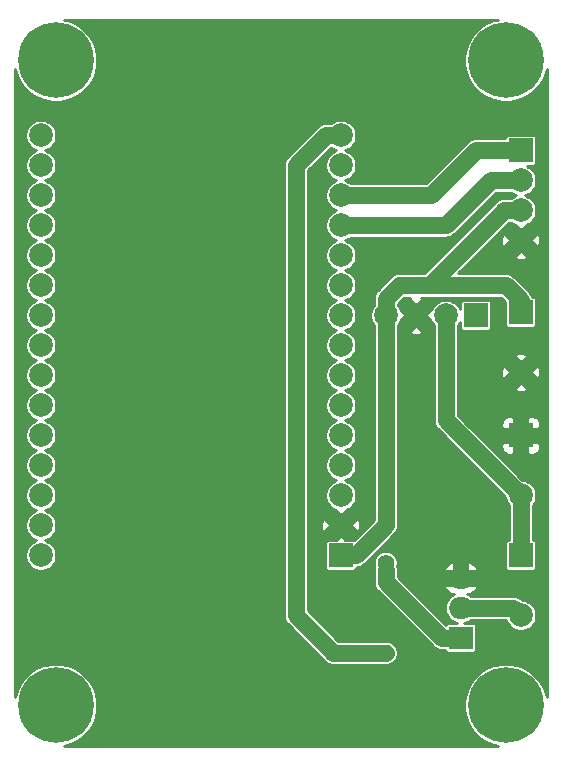
<source format=gbr>
%TF.GenerationSoftware,KiCad,Pcbnew,5.1.6*%
%TF.CreationDate,2020-07-18T11:56:48+12:00*%
%TF.ProjectId,microbit-enviromonitor-board,6d696372-6f62-4697-942d-656e7669726f,rev?*%
%TF.SameCoordinates,Original*%
%TF.FileFunction,Copper,L2,Bot*%
%TF.FilePolarity,Positive*%
%FSLAX46Y46*%
G04 Gerber Fmt 4.6, Leading zero omitted, Abs format (unit mm)*
G04 Created by KiCad (PCBNEW 5.1.6) date 2020-07-18 11:56:48*
%MOMM*%
%LPD*%
G01*
G04 APERTURE LIST*
%TA.AperFunction,ComponentPad*%
%ADD10C,2.000000*%
%TD*%
%TA.AperFunction,ComponentPad*%
%ADD11R,2.000000X2.000000*%
%TD*%
%TA.AperFunction,ComponentPad*%
%ADD12C,6.400000*%
%TD*%
%TA.AperFunction,ComponentPad*%
%ADD13O,1.400000X1.400000*%
%TD*%
%TA.AperFunction,ComponentPad*%
%ADD14C,1.400000*%
%TD*%
%TA.AperFunction,ComponentPad*%
%ADD15O,2.000000X1.905000*%
%TD*%
%TA.AperFunction,ComponentPad*%
%ADD16R,2.000000X1.905000*%
%TD*%
%TA.AperFunction,Conductor*%
%ADD17C,1.400000*%
%TD*%
%TA.AperFunction,Conductor*%
%ADD18C,0.254000*%
%TD*%
G04 APERTURE END LIST*
D10*
%TO.P,J2,4*%
%TO.N,GND*%
X43180000Y-19050000D03*
%TO.P,J2,3*%
%TO.N,+3V3*%
X43180000Y-16510000D03*
%TO.P,J2,2*%
%TO.N,Net-(E1-Pad12)*%
X43180000Y-13970000D03*
D11*
%TO.P,J2,1*%
%TO.N,Net-(E1-Pad13)*%
X43180000Y-11430000D03*
%TD*%
D12*
%TO.P,REF\u002A\u002A,1*%
%TO.N,N/C*%
X3810000Y-58420000D03*
%TD*%
%TO.P,REF\u002A\u002A,1*%
%TO.N,N/C*%
X41910000Y-58420000D03*
%TD*%
%TO.P,REF\u002A\u002A,1*%
%TO.N,N/C*%
X41910000Y-3810000D03*
%TD*%
%TO.P,REF\u002A\u002A,1*%
%TO.N,N/C*%
X3810000Y-3810000D03*
%TD*%
D13*
%TO.P,R1,2*%
%TO.N,/PUMP*%
X31750000Y-53975000D03*
D14*
%TO.P,R1,1*%
%TO.N,Net-(Q1-Pad1)*%
X31750000Y-46355000D03*
%TD*%
D10*
%TO.P,U1,4*%
%TO.N,+3V3*%
X31750000Y-25400000D03*
%TO.P,U1,3*%
%TO.N,GND*%
X34290000Y-25400000D03*
%TO.P,U1,2*%
%TO.N,+12V*%
X36830000Y-25400000D03*
D11*
%TO.P,U1,1*%
%TO.N,Net-(U1-Pad1)*%
X39370000Y-25400000D03*
%TD*%
D15*
%TO.P,Q1,3*%
%TO.N,GND*%
X38100000Y-47625000D03*
%TO.P,Q1,2*%
%TO.N,Net-(J4-Pad2)*%
X38100000Y-50165000D03*
D16*
%TO.P,Q1,1*%
%TO.N,Net-(Q1-Pad1)*%
X38100000Y-52705000D03*
%TD*%
D10*
%TO.P,E1,30*%
%TO.N,Net-(E1-Pad30)*%
X2540000Y-10160000D03*
%TO.P,E1,29*%
%TO.N,Net-(E1-Pad29)*%
X2540000Y-12700000D03*
%TO.P,E1,28*%
%TO.N,Net-(E1-Pad28)*%
X2540000Y-15240000D03*
%TO.P,E1,27*%
%TO.N,Net-(E1-Pad27)*%
X2540000Y-17780000D03*
%TO.P,E1,26*%
%TO.N,Net-(E1-Pad26)*%
X2540000Y-20320000D03*
%TO.P,E1,25*%
%TO.N,Net-(E1-Pad25)*%
X2540000Y-22860000D03*
%TO.P,E1,24*%
%TO.N,Net-(E1-Pad24)*%
X2540000Y-25400000D03*
%TO.P,E1,23*%
%TO.N,Net-(E1-Pad23)*%
X2540000Y-27940000D03*
%TO.P,E1,22*%
%TO.N,Net-(E1-Pad22)*%
X2540000Y-30480000D03*
%TO.P,E1,21*%
%TO.N,Net-(E1-Pad21)*%
X2540000Y-33020000D03*
%TO.P,E1,20*%
%TO.N,Net-(E1-Pad20)*%
X2540000Y-35560000D03*
%TO.P,E1,19*%
%TO.N,Net-(E1-Pad19)*%
X2540000Y-38100000D03*
%TO.P,E1,18*%
%TO.N,Net-(E1-Pad18)*%
X2540000Y-40640000D03*
%TO.P,E1,17*%
%TO.N,Net-(E1-Pad17)*%
X2540000Y-43180000D03*
%TO.P,E1,16*%
%TO.N,Net-(E1-Pad16)*%
X2540000Y-45720000D03*
%TO.P,E1,15*%
%TO.N,/PUMP*%
X27940000Y-10160000D03*
%TO.P,E1,14*%
%TO.N,Net-(E1-Pad14)*%
X27940000Y-12700000D03*
%TO.P,E1,13*%
%TO.N,Net-(E1-Pad13)*%
X27940000Y-15240000D03*
%TO.P,E1,12*%
%TO.N,Net-(E1-Pad12)*%
X27940000Y-17780000D03*
%TO.P,E1,11*%
%TO.N,Net-(E1-Pad11)*%
X27940000Y-20320000D03*
%TO.P,E1,10*%
%TO.N,Net-(E1-Pad10)*%
X27940000Y-22860000D03*
%TO.P,E1,9*%
%TO.N,Net-(E1-Pad9)*%
X27940000Y-25400000D03*
%TO.P,E1,8*%
%TO.N,Net-(E1-Pad8)*%
X27940000Y-27940000D03*
%TO.P,E1,7*%
%TO.N,Net-(E1-Pad7)*%
X27940000Y-30480000D03*
%TO.P,E1,6*%
%TO.N,Net-(E1-Pad6)*%
X27940000Y-33020000D03*
%TO.P,E1,5*%
%TO.N,Net-(E1-Pad5)*%
X27940000Y-35560000D03*
%TO.P,E1,4*%
%TO.N,Net-(E1-Pad4)*%
X27940000Y-38100000D03*
%TO.P,E1,3*%
%TO.N,Net-(E1-Pad3)*%
X27940000Y-40640000D03*
%TO.P,E1,2*%
%TO.N,GND*%
X27940000Y-43180000D03*
D11*
%TO.P,E1,1*%
%TO.N,+3V3*%
X27940000Y-45720000D03*
%TD*%
D10*
%TO.P,J4,2*%
%TO.N,Net-(J4-Pad2)*%
X43180000Y-50800000D03*
D11*
%TO.P,J4,1*%
%TO.N,+12V*%
X43180000Y-45720000D03*
%TD*%
D10*
%TO.P,J3,2*%
%TO.N,GND*%
X43180000Y-30226000D03*
D11*
%TO.P,J3,1*%
%TO.N,+3V3*%
X43180000Y-25146000D03*
%TD*%
D10*
%TO.P,J1,2*%
%TO.N,+12V*%
X43180000Y-40640000D03*
D11*
%TO.P,J1,1*%
%TO.N,GND*%
X43180000Y-35560000D03*
%TD*%
D17*
%TO.N,/PUMP*%
X26670000Y-10160000D02*
X27940000Y-10160000D01*
X24130000Y-12700000D02*
X26670000Y-10160000D01*
X24130000Y-50800000D02*
X24130000Y-12700000D01*
X27305000Y-53975000D02*
X24130000Y-50800000D01*
X31750000Y-53975000D02*
X27305000Y-53975000D01*
%TO.N,Net-(E1-Pad13)*%
X35560000Y-15240000D02*
X39370000Y-11430000D01*
X27940000Y-15240000D02*
X35560000Y-15240000D01*
X39370000Y-11430000D02*
X43180000Y-11430000D01*
%TO.N,Net-(E1-Pad12)*%
X36830000Y-17780000D02*
X27940000Y-17780000D01*
X40640000Y-13970000D02*
X36830000Y-17780000D01*
X40640000Y-13970000D02*
X43180000Y-13970000D01*
%TO.N,+3V3*%
X43180000Y-25146000D02*
X43180000Y-24130000D01*
X43180000Y-24130000D02*
X41910000Y-22860000D01*
X31750000Y-23985787D02*
X31750000Y-25400000D01*
X32875787Y-22860000D02*
X31750000Y-23985787D01*
X29210000Y-45720000D02*
X27940000Y-45720000D01*
X31750000Y-43180000D02*
X29210000Y-45720000D01*
X31750000Y-25400000D02*
X31750000Y-43180000D01*
X35560000Y-22715787D02*
X35560000Y-22860000D01*
X41765787Y-16510000D02*
X35560000Y-22715787D01*
X43180000Y-16510000D02*
X41765787Y-16510000D01*
X35560000Y-22860000D02*
X32875787Y-22860000D01*
X41910000Y-22860000D02*
X35560000Y-22860000D01*
%TO.N,+12V*%
X43180000Y-40640000D02*
X43180000Y-45720000D01*
X36830000Y-34290000D02*
X43180000Y-40640000D01*
X36830000Y-25400000D02*
X36830000Y-34290000D01*
%TO.N,Net-(J4-Pad2)*%
X42545000Y-50165000D02*
X43180000Y-50800000D01*
X38100000Y-50165000D02*
X42545000Y-50165000D01*
%TO.N,Net-(Q1-Pad1)*%
X36475051Y-52705000D02*
X38100000Y-52705000D01*
X31750000Y-47979949D02*
X36475051Y-52705000D01*
X31750000Y-46990000D02*
X31750000Y-47979949D01*
%TD*%
D18*
%TO.N,GND*%
G36*
X40881212Y-418540D02*
G01*
X40239339Y-684413D01*
X39661668Y-1070400D01*
X39170400Y-1561668D01*
X38784413Y-2139339D01*
X38518540Y-2781212D01*
X38383000Y-3462621D01*
X38383000Y-4157379D01*
X38518540Y-4838788D01*
X38784413Y-5480661D01*
X39170400Y-6058332D01*
X39661668Y-6549600D01*
X40239339Y-6935587D01*
X40881212Y-7201460D01*
X41562621Y-7337000D01*
X42257379Y-7337000D01*
X42938788Y-7201460D01*
X43580661Y-6935587D01*
X44158332Y-6549600D01*
X44649600Y-6058332D01*
X45035587Y-5480661D01*
X45301460Y-4838788D01*
X45368001Y-4504262D01*
X45368000Y-57725733D01*
X45301460Y-57391212D01*
X45035587Y-56749339D01*
X44649600Y-56171668D01*
X44158332Y-55680400D01*
X43580661Y-55294413D01*
X42938788Y-55028540D01*
X42257379Y-54893000D01*
X41562621Y-54893000D01*
X40881212Y-55028540D01*
X40239339Y-55294413D01*
X39661668Y-55680400D01*
X39170400Y-56171668D01*
X38784413Y-56749339D01*
X38518540Y-57391212D01*
X38383000Y-58072621D01*
X38383000Y-58767379D01*
X38518540Y-59448788D01*
X38784413Y-60090661D01*
X39170400Y-60668332D01*
X39661668Y-61159600D01*
X40239339Y-61545587D01*
X40881212Y-61811460D01*
X41215733Y-61878000D01*
X4504267Y-61878000D01*
X4838788Y-61811460D01*
X5480661Y-61545587D01*
X6058332Y-61159600D01*
X6549600Y-60668332D01*
X6935587Y-60090661D01*
X7201460Y-59448788D01*
X7337000Y-58767379D01*
X7337000Y-58072621D01*
X7201460Y-57391212D01*
X6935587Y-56749339D01*
X6549600Y-56171668D01*
X6058332Y-55680400D01*
X5480661Y-55294413D01*
X4838788Y-55028540D01*
X4157379Y-54893000D01*
X3462621Y-54893000D01*
X2781212Y-55028540D01*
X2139339Y-55294413D01*
X1561668Y-55680400D01*
X1070400Y-56171668D01*
X684413Y-56749339D01*
X418540Y-57391212D01*
X352000Y-57725733D01*
X352000Y-10029302D01*
X1213000Y-10029302D01*
X1213000Y-10290698D01*
X1263996Y-10547072D01*
X1364028Y-10788570D01*
X1509252Y-11005913D01*
X1694087Y-11190748D01*
X1911430Y-11335972D01*
X2138433Y-11430000D01*
X1911430Y-11524028D01*
X1694087Y-11669252D01*
X1509252Y-11854087D01*
X1364028Y-12071430D01*
X1263996Y-12312928D01*
X1213000Y-12569302D01*
X1213000Y-12830698D01*
X1263996Y-13087072D01*
X1364028Y-13328570D01*
X1509252Y-13545913D01*
X1694087Y-13730748D01*
X1911430Y-13875972D01*
X2138433Y-13970000D01*
X1911430Y-14064028D01*
X1694087Y-14209252D01*
X1509252Y-14394087D01*
X1364028Y-14611430D01*
X1263996Y-14852928D01*
X1213000Y-15109302D01*
X1213000Y-15370698D01*
X1263996Y-15627072D01*
X1364028Y-15868570D01*
X1509252Y-16085913D01*
X1694087Y-16270748D01*
X1911430Y-16415972D01*
X2138433Y-16510000D01*
X1911430Y-16604028D01*
X1694087Y-16749252D01*
X1509252Y-16934087D01*
X1364028Y-17151430D01*
X1263996Y-17392928D01*
X1213000Y-17649302D01*
X1213000Y-17910698D01*
X1263996Y-18167072D01*
X1364028Y-18408570D01*
X1509252Y-18625913D01*
X1694087Y-18810748D01*
X1911430Y-18955972D01*
X2138433Y-19050000D01*
X1911430Y-19144028D01*
X1694087Y-19289252D01*
X1509252Y-19474087D01*
X1364028Y-19691430D01*
X1263996Y-19932928D01*
X1213000Y-20189302D01*
X1213000Y-20450698D01*
X1263996Y-20707072D01*
X1364028Y-20948570D01*
X1509252Y-21165913D01*
X1694087Y-21350748D01*
X1911430Y-21495972D01*
X2138433Y-21590000D01*
X1911430Y-21684028D01*
X1694087Y-21829252D01*
X1509252Y-22014087D01*
X1364028Y-22231430D01*
X1263996Y-22472928D01*
X1213000Y-22729302D01*
X1213000Y-22990698D01*
X1263996Y-23247072D01*
X1364028Y-23488570D01*
X1509252Y-23705913D01*
X1694087Y-23890748D01*
X1911430Y-24035972D01*
X2138433Y-24130000D01*
X1911430Y-24224028D01*
X1694087Y-24369252D01*
X1509252Y-24554087D01*
X1364028Y-24771430D01*
X1263996Y-25012928D01*
X1213000Y-25269302D01*
X1213000Y-25530698D01*
X1263996Y-25787072D01*
X1364028Y-26028570D01*
X1509252Y-26245913D01*
X1694087Y-26430748D01*
X1911430Y-26575972D01*
X2138433Y-26670000D01*
X1911430Y-26764028D01*
X1694087Y-26909252D01*
X1509252Y-27094087D01*
X1364028Y-27311430D01*
X1263996Y-27552928D01*
X1213000Y-27809302D01*
X1213000Y-28070698D01*
X1263996Y-28327072D01*
X1364028Y-28568570D01*
X1509252Y-28785913D01*
X1694087Y-28970748D01*
X1911430Y-29115972D01*
X2138433Y-29210000D01*
X1911430Y-29304028D01*
X1694087Y-29449252D01*
X1509252Y-29634087D01*
X1364028Y-29851430D01*
X1263996Y-30092928D01*
X1213000Y-30349302D01*
X1213000Y-30610698D01*
X1263996Y-30867072D01*
X1364028Y-31108570D01*
X1509252Y-31325913D01*
X1694087Y-31510748D01*
X1911430Y-31655972D01*
X2138433Y-31750000D01*
X1911430Y-31844028D01*
X1694087Y-31989252D01*
X1509252Y-32174087D01*
X1364028Y-32391430D01*
X1263996Y-32632928D01*
X1213000Y-32889302D01*
X1213000Y-33150698D01*
X1263996Y-33407072D01*
X1364028Y-33648570D01*
X1509252Y-33865913D01*
X1694087Y-34050748D01*
X1911430Y-34195972D01*
X2138433Y-34290000D01*
X1911430Y-34384028D01*
X1694087Y-34529252D01*
X1509252Y-34714087D01*
X1364028Y-34931430D01*
X1263996Y-35172928D01*
X1213000Y-35429302D01*
X1213000Y-35690698D01*
X1263996Y-35947072D01*
X1364028Y-36188570D01*
X1509252Y-36405913D01*
X1694087Y-36590748D01*
X1911430Y-36735972D01*
X2138433Y-36830000D01*
X1911430Y-36924028D01*
X1694087Y-37069252D01*
X1509252Y-37254087D01*
X1364028Y-37471430D01*
X1263996Y-37712928D01*
X1213000Y-37969302D01*
X1213000Y-38230698D01*
X1263996Y-38487072D01*
X1364028Y-38728570D01*
X1509252Y-38945913D01*
X1694087Y-39130748D01*
X1911430Y-39275972D01*
X2138433Y-39370000D01*
X1911430Y-39464028D01*
X1694087Y-39609252D01*
X1509252Y-39794087D01*
X1364028Y-40011430D01*
X1263996Y-40252928D01*
X1213000Y-40509302D01*
X1213000Y-40770698D01*
X1263996Y-41027072D01*
X1364028Y-41268570D01*
X1509252Y-41485913D01*
X1694087Y-41670748D01*
X1911430Y-41815972D01*
X2138433Y-41910000D01*
X1911430Y-42004028D01*
X1694087Y-42149252D01*
X1509252Y-42334087D01*
X1364028Y-42551430D01*
X1263996Y-42792928D01*
X1213000Y-43049302D01*
X1213000Y-43310698D01*
X1263996Y-43567072D01*
X1364028Y-43808570D01*
X1509252Y-44025913D01*
X1694087Y-44210748D01*
X1911430Y-44355972D01*
X2138433Y-44450000D01*
X1911430Y-44544028D01*
X1694087Y-44689252D01*
X1509252Y-44874087D01*
X1364028Y-45091430D01*
X1263996Y-45332928D01*
X1213000Y-45589302D01*
X1213000Y-45850698D01*
X1263996Y-46107072D01*
X1364028Y-46348570D01*
X1509252Y-46565913D01*
X1694087Y-46750748D01*
X1911430Y-46895972D01*
X2152928Y-46996004D01*
X2409302Y-47047000D01*
X2670698Y-47047000D01*
X2927072Y-46996004D01*
X3168570Y-46895972D01*
X3385913Y-46750748D01*
X3570748Y-46565913D01*
X3715972Y-46348570D01*
X3816004Y-46107072D01*
X3867000Y-45850698D01*
X3867000Y-45589302D01*
X3816004Y-45332928D01*
X3715972Y-45091430D01*
X3570748Y-44874087D01*
X3385913Y-44689252D01*
X3168570Y-44544028D01*
X2941567Y-44450000D01*
X3168570Y-44355972D01*
X3385913Y-44210748D01*
X3570748Y-44025913D01*
X3715972Y-43808570D01*
X3816004Y-43567072D01*
X3867000Y-43310698D01*
X3867000Y-43049302D01*
X3816004Y-42792928D01*
X3715972Y-42551430D01*
X3570748Y-42334087D01*
X3385913Y-42149252D01*
X3168570Y-42004028D01*
X2941567Y-41910000D01*
X3168570Y-41815972D01*
X3385913Y-41670748D01*
X3570748Y-41485913D01*
X3715972Y-41268570D01*
X3816004Y-41027072D01*
X3867000Y-40770698D01*
X3867000Y-40509302D01*
X3816004Y-40252928D01*
X3715972Y-40011430D01*
X3570748Y-39794087D01*
X3385913Y-39609252D01*
X3168570Y-39464028D01*
X2941567Y-39370000D01*
X3168570Y-39275972D01*
X3385913Y-39130748D01*
X3570748Y-38945913D01*
X3715972Y-38728570D01*
X3816004Y-38487072D01*
X3867000Y-38230698D01*
X3867000Y-37969302D01*
X3816004Y-37712928D01*
X3715972Y-37471430D01*
X3570748Y-37254087D01*
X3385913Y-37069252D01*
X3168570Y-36924028D01*
X2941567Y-36830000D01*
X3168570Y-36735972D01*
X3385913Y-36590748D01*
X3570748Y-36405913D01*
X3715972Y-36188570D01*
X3816004Y-35947072D01*
X3867000Y-35690698D01*
X3867000Y-35429302D01*
X3816004Y-35172928D01*
X3715972Y-34931430D01*
X3570748Y-34714087D01*
X3385913Y-34529252D01*
X3168570Y-34384028D01*
X2941567Y-34290000D01*
X3168570Y-34195972D01*
X3385913Y-34050748D01*
X3570748Y-33865913D01*
X3715972Y-33648570D01*
X3816004Y-33407072D01*
X3867000Y-33150698D01*
X3867000Y-32889302D01*
X3816004Y-32632928D01*
X3715972Y-32391430D01*
X3570748Y-32174087D01*
X3385913Y-31989252D01*
X3168570Y-31844028D01*
X2941567Y-31750000D01*
X3168570Y-31655972D01*
X3385913Y-31510748D01*
X3570748Y-31325913D01*
X3715972Y-31108570D01*
X3816004Y-30867072D01*
X3867000Y-30610698D01*
X3867000Y-30349302D01*
X3816004Y-30092928D01*
X3715972Y-29851430D01*
X3570748Y-29634087D01*
X3385913Y-29449252D01*
X3168570Y-29304028D01*
X2941567Y-29210000D01*
X3168570Y-29115972D01*
X3385913Y-28970748D01*
X3570748Y-28785913D01*
X3715972Y-28568570D01*
X3816004Y-28327072D01*
X3867000Y-28070698D01*
X3867000Y-27809302D01*
X3816004Y-27552928D01*
X3715972Y-27311430D01*
X3570748Y-27094087D01*
X3385913Y-26909252D01*
X3168570Y-26764028D01*
X2941567Y-26670000D01*
X3168570Y-26575972D01*
X3385913Y-26430748D01*
X3570748Y-26245913D01*
X3715972Y-26028570D01*
X3816004Y-25787072D01*
X3867000Y-25530698D01*
X3867000Y-25269302D01*
X3816004Y-25012928D01*
X3715972Y-24771430D01*
X3570748Y-24554087D01*
X3385913Y-24369252D01*
X3168570Y-24224028D01*
X2941567Y-24130000D01*
X3168570Y-24035972D01*
X3385913Y-23890748D01*
X3570748Y-23705913D01*
X3715972Y-23488570D01*
X3816004Y-23247072D01*
X3867000Y-22990698D01*
X3867000Y-22729302D01*
X3816004Y-22472928D01*
X3715972Y-22231430D01*
X3570748Y-22014087D01*
X3385913Y-21829252D01*
X3168570Y-21684028D01*
X2941567Y-21590000D01*
X3168570Y-21495972D01*
X3385913Y-21350748D01*
X3570748Y-21165913D01*
X3715972Y-20948570D01*
X3816004Y-20707072D01*
X3867000Y-20450698D01*
X3867000Y-20189302D01*
X3816004Y-19932928D01*
X3715972Y-19691430D01*
X3570748Y-19474087D01*
X3385913Y-19289252D01*
X3168570Y-19144028D01*
X2941567Y-19050000D01*
X3168570Y-18955972D01*
X3385913Y-18810748D01*
X3570748Y-18625913D01*
X3715972Y-18408570D01*
X3816004Y-18167072D01*
X3867000Y-17910698D01*
X3867000Y-17649302D01*
X3816004Y-17392928D01*
X3715972Y-17151430D01*
X3570748Y-16934087D01*
X3385913Y-16749252D01*
X3168570Y-16604028D01*
X2941567Y-16510000D01*
X3168570Y-16415972D01*
X3385913Y-16270748D01*
X3570748Y-16085913D01*
X3715972Y-15868570D01*
X3816004Y-15627072D01*
X3867000Y-15370698D01*
X3867000Y-15109302D01*
X3816004Y-14852928D01*
X3715972Y-14611430D01*
X3570748Y-14394087D01*
X3385913Y-14209252D01*
X3168570Y-14064028D01*
X2941567Y-13970000D01*
X3168570Y-13875972D01*
X3385913Y-13730748D01*
X3570748Y-13545913D01*
X3715972Y-13328570D01*
X3816004Y-13087072D01*
X3867000Y-12830698D01*
X3867000Y-12700000D01*
X23098032Y-12700000D01*
X23103001Y-12750451D01*
X23103000Y-50749559D01*
X23098032Y-50800000D01*
X23103000Y-50850441D01*
X23103000Y-50850450D01*
X23117860Y-51001326D01*
X23176585Y-51194916D01*
X23271949Y-51373331D01*
X23400288Y-51529712D01*
X23439481Y-51561877D01*
X26543128Y-54665525D01*
X26575288Y-54704712D01*
X26731669Y-54833051D01*
X26910083Y-54928415D01*
X27103673Y-54987140D01*
X27254549Y-55002000D01*
X27254558Y-55002000D01*
X27304999Y-55006968D01*
X27355440Y-55002000D01*
X31851151Y-55002000D01*
X31900877Y-54992109D01*
X31951327Y-54987140D01*
X31999838Y-54972424D01*
X32049565Y-54962533D01*
X32096406Y-54943131D01*
X32144917Y-54928415D01*
X32189628Y-54904516D01*
X32236467Y-54885115D01*
X32278619Y-54856950D01*
X32323331Y-54833051D01*
X32362520Y-54800889D01*
X32404674Y-54772723D01*
X32440525Y-54736872D01*
X32479712Y-54704712D01*
X32511872Y-54665525D01*
X32547723Y-54629674D01*
X32575889Y-54587520D01*
X32608051Y-54548331D01*
X32631950Y-54503619D01*
X32660115Y-54461467D01*
X32679516Y-54414628D01*
X32703415Y-54369917D01*
X32718131Y-54321406D01*
X32737533Y-54274565D01*
X32747424Y-54224838D01*
X32762140Y-54176327D01*
X32767109Y-54125877D01*
X32777000Y-54076151D01*
X32777000Y-54025451D01*
X32781969Y-53975000D01*
X32777000Y-53924549D01*
X32777000Y-53873849D01*
X32767109Y-53824123D01*
X32762140Y-53773673D01*
X32747424Y-53725162D01*
X32737533Y-53675435D01*
X32718131Y-53628594D01*
X32703415Y-53580083D01*
X32679516Y-53535372D01*
X32660115Y-53488533D01*
X32631950Y-53446381D01*
X32608051Y-53401669D01*
X32575889Y-53362480D01*
X32547723Y-53320326D01*
X32511872Y-53284475D01*
X32479712Y-53245288D01*
X32440525Y-53213128D01*
X32404674Y-53177277D01*
X32362520Y-53149111D01*
X32323331Y-53116949D01*
X32278619Y-53093050D01*
X32236467Y-53064885D01*
X32189628Y-53045484D01*
X32144917Y-53021585D01*
X32096406Y-53006869D01*
X32049565Y-52987467D01*
X31999838Y-52977576D01*
X31951327Y-52962860D01*
X31900877Y-52957891D01*
X31851151Y-52948000D01*
X27730397Y-52948000D01*
X25157000Y-50374604D01*
X25157000Y-47979949D01*
X30718032Y-47979949D01*
X30723001Y-48030399D01*
X30723001Y-48030400D01*
X30737861Y-48181276D01*
X30796586Y-48374866D01*
X30891950Y-48553280D01*
X31020289Y-48709661D01*
X31059476Y-48741821D01*
X35713179Y-53395525D01*
X35745339Y-53434712D01*
X35901720Y-53563051D01*
X36080134Y-53658415D01*
X36273724Y-53717140D01*
X36424600Y-53732000D01*
X36424609Y-53732000D01*
X36475050Y-53736968D01*
X36525491Y-53732000D01*
X36780886Y-53732000D01*
X36796430Y-53783243D01*
X36826794Y-53840050D01*
X36867657Y-53889843D01*
X36917450Y-53930706D01*
X36974257Y-53961070D01*
X37035897Y-53979768D01*
X37100000Y-53986082D01*
X39100000Y-53986082D01*
X39164103Y-53979768D01*
X39225743Y-53961070D01*
X39282550Y-53930706D01*
X39332343Y-53889843D01*
X39373206Y-53840050D01*
X39403570Y-53783243D01*
X39422268Y-53721603D01*
X39428582Y-53657500D01*
X39428582Y-51752500D01*
X39422268Y-51688397D01*
X39403570Y-51626757D01*
X39373206Y-51569950D01*
X39332343Y-51520157D01*
X39282550Y-51479294D01*
X39225743Y-51448930D01*
X39164103Y-51430232D01*
X39100000Y-51423918D01*
X38405143Y-51423918D01*
X38639512Y-51352823D01*
X38861791Y-51234012D01*
X38912983Y-51192000D01*
X41906037Y-51192000D01*
X42004028Y-51428570D01*
X42149252Y-51645913D01*
X42334087Y-51830748D01*
X42551430Y-51975972D01*
X42792928Y-52076004D01*
X43049302Y-52127000D01*
X43310698Y-52127000D01*
X43567072Y-52076004D01*
X43808570Y-51975972D01*
X44025913Y-51830748D01*
X44210748Y-51645913D01*
X44355972Y-51428570D01*
X44456004Y-51187072D01*
X44507000Y-50930698D01*
X44507000Y-50669302D01*
X44456004Y-50412928D01*
X44355972Y-50171430D01*
X44210748Y-49954087D01*
X44025913Y-49769252D01*
X43808570Y-49624028D01*
X43567072Y-49523996D01*
X43310698Y-49473000D01*
X43305662Y-49473000D01*
X43274712Y-49435288D01*
X43118331Y-49306949D01*
X42939917Y-49211585D01*
X42746327Y-49152860D01*
X42595451Y-49138000D01*
X42595441Y-49138000D01*
X42545000Y-49133032D01*
X42494559Y-49138000D01*
X38912983Y-49138000D01*
X38861791Y-49095988D01*
X38673002Y-48995078D01*
X38673002Y-48955917D01*
X38899565Y-49014119D01*
X39156118Y-48840707D01*
X39373910Y-48620576D01*
X39520118Y-48422544D01*
X39456315Y-48198000D01*
X38673000Y-48198000D01*
X38673000Y-48218000D01*
X37527000Y-48218000D01*
X37527000Y-48198000D01*
X36743685Y-48198000D01*
X36679882Y-48422544D01*
X36826090Y-48620576D01*
X37043882Y-48840707D01*
X37300435Y-49014119D01*
X37526998Y-48955917D01*
X37526998Y-48995078D01*
X37338209Y-49095988D01*
X37143380Y-49255880D01*
X36983488Y-49450709D01*
X36864677Y-49672988D01*
X36791514Y-49914174D01*
X36766810Y-50165000D01*
X36791514Y-50415826D01*
X36864677Y-50657012D01*
X36983488Y-50879291D01*
X37143380Y-51074120D01*
X37338209Y-51234012D01*
X37560488Y-51352823D01*
X37794857Y-51423918D01*
X37100000Y-51423918D01*
X37035897Y-51430232D01*
X36974257Y-51448930D01*
X36917450Y-51479294D01*
X36867657Y-51520157D01*
X36826794Y-51569950D01*
X36814813Y-51592365D01*
X32777000Y-47554553D01*
X32777000Y-46939549D01*
X32765960Y-46827456D01*
X36679882Y-46827456D01*
X36743685Y-47052000D01*
X37527000Y-47052000D01*
X37527000Y-46294084D01*
X38673000Y-46294084D01*
X38673000Y-47052000D01*
X39456315Y-47052000D01*
X39520118Y-46827456D01*
X39373910Y-46629424D01*
X39156118Y-46409293D01*
X38899565Y-46235881D01*
X38673000Y-46294084D01*
X37527000Y-46294084D01*
X37300435Y-46235881D01*
X37043882Y-46409293D01*
X36826090Y-46629424D01*
X36679882Y-46827456D01*
X32765960Y-46827456D01*
X32762140Y-46788673D01*
X32728254Y-46676966D01*
X32737533Y-46654565D01*
X32777000Y-46456151D01*
X32777000Y-46253849D01*
X32737533Y-46055435D01*
X32660115Y-45868533D01*
X32547723Y-45700326D01*
X32404674Y-45557277D01*
X32236467Y-45444885D01*
X32049565Y-45367467D01*
X31851151Y-45328000D01*
X31648849Y-45328000D01*
X31450435Y-45367467D01*
X31263533Y-45444885D01*
X31095326Y-45557277D01*
X30952277Y-45700326D01*
X30839885Y-45868533D01*
X30762467Y-46055435D01*
X30723000Y-46253849D01*
X30723000Y-46456151D01*
X30762467Y-46654565D01*
X30771746Y-46676967D01*
X30737860Y-46788674D01*
X30723000Y-46939550D01*
X30723001Y-47929499D01*
X30718032Y-47979949D01*
X25157000Y-47979949D01*
X25157000Y-43055735D01*
X26301796Y-43055735D01*
X26309031Y-43377720D01*
X26357516Y-43621475D01*
X26566736Y-43742920D01*
X27129656Y-43180000D01*
X28750344Y-43180000D01*
X29313264Y-43742920D01*
X29522484Y-43621475D01*
X29578204Y-43304265D01*
X29570969Y-42982280D01*
X29522484Y-42738525D01*
X29313264Y-42617080D01*
X28750344Y-43180000D01*
X27129656Y-43180000D01*
X26566736Y-42617080D01*
X26357516Y-42738525D01*
X26301796Y-43055735D01*
X25157000Y-43055735D01*
X25157000Y-13125396D01*
X27092868Y-11189529D01*
X27094087Y-11190748D01*
X27311430Y-11335972D01*
X27538433Y-11430000D01*
X27311430Y-11524028D01*
X27094087Y-11669252D01*
X26909252Y-11854087D01*
X26764028Y-12071430D01*
X26663996Y-12312928D01*
X26613000Y-12569302D01*
X26613000Y-12830698D01*
X26663996Y-13087072D01*
X26764028Y-13328570D01*
X26909252Y-13545913D01*
X27094087Y-13730748D01*
X27311430Y-13875972D01*
X27538433Y-13970000D01*
X27311430Y-14064028D01*
X27094087Y-14209252D01*
X26909252Y-14394087D01*
X26764028Y-14611430D01*
X26663996Y-14852928D01*
X26613000Y-15109302D01*
X26613000Y-15370698D01*
X26663996Y-15627072D01*
X26764028Y-15868570D01*
X26909252Y-16085913D01*
X27094087Y-16270748D01*
X27311430Y-16415972D01*
X27538433Y-16510000D01*
X27311430Y-16604028D01*
X27094087Y-16749252D01*
X26909252Y-16934087D01*
X26764028Y-17151430D01*
X26663996Y-17392928D01*
X26613000Y-17649302D01*
X26613000Y-17910698D01*
X26663996Y-18167072D01*
X26764028Y-18408570D01*
X26909252Y-18625913D01*
X27094087Y-18810748D01*
X27311430Y-18955972D01*
X27538433Y-19050000D01*
X27311430Y-19144028D01*
X27094087Y-19289252D01*
X26909252Y-19474087D01*
X26764028Y-19691430D01*
X26663996Y-19932928D01*
X26613000Y-20189302D01*
X26613000Y-20450698D01*
X26663996Y-20707072D01*
X26764028Y-20948570D01*
X26909252Y-21165913D01*
X27094087Y-21350748D01*
X27311430Y-21495972D01*
X27538433Y-21590000D01*
X27311430Y-21684028D01*
X27094087Y-21829252D01*
X26909252Y-22014087D01*
X26764028Y-22231430D01*
X26663996Y-22472928D01*
X26613000Y-22729302D01*
X26613000Y-22990698D01*
X26663996Y-23247072D01*
X26764028Y-23488570D01*
X26909252Y-23705913D01*
X27094087Y-23890748D01*
X27311430Y-24035972D01*
X27538433Y-24130000D01*
X27311430Y-24224028D01*
X27094087Y-24369252D01*
X26909252Y-24554087D01*
X26764028Y-24771430D01*
X26663996Y-25012928D01*
X26613000Y-25269302D01*
X26613000Y-25530698D01*
X26663996Y-25787072D01*
X26764028Y-26028570D01*
X26909252Y-26245913D01*
X27094087Y-26430748D01*
X27311430Y-26575972D01*
X27538433Y-26670000D01*
X27311430Y-26764028D01*
X27094087Y-26909252D01*
X26909252Y-27094087D01*
X26764028Y-27311430D01*
X26663996Y-27552928D01*
X26613000Y-27809302D01*
X26613000Y-28070698D01*
X26663996Y-28327072D01*
X26764028Y-28568570D01*
X26909252Y-28785913D01*
X27094087Y-28970748D01*
X27311430Y-29115972D01*
X27538433Y-29210000D01*
X27311430Y-29304028D01*
X27094087Y-29449252D01*
X26909252Y-29634087D01*
X26764028Y-29851430D01*
X26663996Y-30092928D01*
X26613000Y-30349302D01*
X26613000Y-30610698D01*
X26663996Y-30867072D01*
X26764028Y-31108570D01*
X26909252Y-31325913D01*
X27094087Y-31510748D01*
X27311430Y-31655972D01*
X27538433Y-31750000D01*
X27311430Y-31844028D01*
X27094087Y-31989252D01*
X26909252Y-32174087D01*
X26764028Y-32391430D01*
X26663996Y-32632928D01*
X26613000Y-32889302D01*
X26613000Y-33150698D01*
X26663996Y-33407072D01*
X26764028Y-33648570D01*
X26909252Y-33865913D01*
X27094087Y-34050748D01*
X27311430Y-34195972D01*
X27538433Y-34290000D01*
X27311430Y-34384028D01*
X27094087Y-34529252D01*
X26909252Y-34714087D01*
X26764028Y-34931430D01*
X26663996Y-35172928D01*
X26613000Y-35429302D01*
X26613000Y-35690698D01*
X26663996Y-35947072D01*
X26764028Y-36188570D01*
X26909252Y-36405913D01*
X27094087Y-36590748D01*
X27311430Y-36735972D01*
X27538433Y-36830000D01*
X27311430Y-36924028D01*
X27094087Y-37069252D01*
X26909252Y-37254087D01*
X26764028Y-37471430D01*
X26663996Y-37712928D01*
X26613000Y-37969302D01*
X26613000Y-38230698D01*
X26663996Y-38487072D01*
X26764028Y-38728570D01*
X26909252Y-38945913D01*
X27094087Y-39130748D01*
X27311430Y-39275972D01*
X27538433Y-39370000D01*
X27311430Y-39464028D01*
X27094087Y-39609252D01*
X26909252Y-39794087D01*
X26764028Y-40011430D01*
X26663996Y-40252928D01*
X26613000Y-40509302D01*
X26613000Y-40770698D01*
X26663996Y-41027072D01*
X26764028Y-41268570D01*
X26909252Y-41485913D01*
X27094087Y-41670748D01*
X27311430Y-41815972D01*
X27439269Y-41868925D01*
X27940000Y-42369656D01*
X28440731Y-41868925D01*
X28568570Y-41815972D01*
X28785913Y-41670748D01*
X28970748Y-41485913D01*
X29115972Y-41268570D01*
X29216004Y-41027072D01*
X29267000Y-40770698D01*
X29267000Y-40509302D01*
X29216004Y-40252928D01*
X29115972Y-40011430D01*
X28970748Y-39794087D01*
X28785913Y-39609252D01*
X28568570Y-39464028D01*
X28341567Y-39370000D01*
X28568570Y-39275972D01*
X28785913Y-39130748D01*
X28970748Y-38945913D01*
X29115972Y-38728570D01*
X29216004Y-38487072D01*
X29267000Y-38230698D01*
X29267000Y-37969302D01*
X29216004Y-37712928D01*
X29115972Y-37471430D01*
X28970748Y-37254087D01*
X28785913Y-37069252D01*
X28568570Y-36924028D01*
X28341567Y-36830000D01*
X28568570Y-36735972D01*
X28785913Y-36590748D01*
X28970748Y-36405913D01*
X29115972Y-36188570D01*
X29216004Y-35947072D01*
X29267000Y-35690698D01*
X29267000Y-35429302D01*
X29216004Y-35172928D01*
X29115972Y-34931430D01*
X28970748Y-34714087D01*
X28785913Y-34529252D01*
X28568570Y-34384028D01*
X28341567Y-34290000D01*
X28568570Y-34195972D01*
X28785913Y-34050748D01*
X28970748Y-33865913D01*
X29115972Y-33648570D01*
X29216004Y-33407072D01*
X29267000Y-33150698D01*
X29267000Y-32889302D01*
X29216004Y-32632928D01*
X29115972Y-32391430D01*
X28970748Y-32174087D01*
X28785913Y-31989252D01*
X28568570Y-31844028D01*
X28341567Y-31750000D01*
X28568570Y-31655972D01*
X28785913Y-31510748D01*
X28970748Y-31325913D01*
X29115972Y-31108570D01*
X29216004Y-30867072D01*
X29267000Y-30610698D01*
X29267000Y-30349302D01*
X29216004Y-30092928D01*
X29115972Y-29851430D01*
X28970748Y-29634087D01*
X28785913Y-29449252D01*
X28568570Y-29304028D01*
X28341567Y-29210000D01*
X28568570Y-29115972D01*
X28785913Y-28970748D01*
X28970748Y-28785913D01*
X29115972Y-28568570D01*
X29216004Y-28327072D01*
X29267000Y-28070698D01*
X29267000Y-27809302D01*
X29216004Y-27552928D01*
X29115972Y-27311430D01*
X28970748Y-27094087D01*
X28785913Y-26909252D01*
X28568570Y-26764028D01*
X28341567Y-26670000D01*
X28568570Y-26575972D01*
X28785913Y-26430748D01*
X28970748Y-26245913D01*
X29115972Y-26028570D01*
X29216004Y-25787072D01*
X29267000Y-25530698D01*
X29267000Y-25269302D01*
X29216004Y-25012928D01*
X29115972Y-24771430D01*
X28970748Y-24554087D01*
X28785913Y-24369252D01*
X28568570Y-24224028D01*
X28341567Y-24130000D01*
X28568570Y-24035972D01*
X28785913Y-23890748D01*
X28970748Y-23705913D01*
X29115972Y-23488570D01*
X29216004Y-23247072D01*
X29267000Y-22990698D01*
X29267000Y-22729302D01*
X29216004Y-22472928D01*
X29115972Y-22231430D01*
X28970748Y-22014087D01*
X28785913Y-21829252D01*
X28568570Y-21684028D01*
X28341567Y-21590000D01*
X28568570Y-21495972D01*
X28785913Y-21350748D01*
X28970748Y-21165913D01*
X29115972Y-20948570D01*
X29216004Y-20707072D01*
X29267000Y-20450698D01*
X29267000Y-20189302D01*
X29216004Y-19932928D01*
X29115972Y-19691430D01*
X28970748Y-19474087D01*
X28785913Y-19289252D01*
X28568570Y-19144028D01*
X28341567Y-19050000D01*
X28568570Y-18955972D01*
X28785913Y-18810748D01*
X28789661Y-18807000D01*
X36779559Y-18807000D01*
X36830000Y-18811968D01*
X36880441Y-18807000D01*
X36880451Y-18807000D01*
X37031327Y-18792140D01*
X37224917Y-18733415D01*
X37403331Y-18638051D01*
X37559712Y-18509712D01*
X37591877Y-18470519D01*
X41065398Y-14997000D01*
X42330339Y-14997000D01*
X42334087Y-15000748D01*
X42551430Y-15145972D01*
X42778433Y-15240000D01*
X42551430Y-15334028D01*
X42334087Y-15479252D01*
X42330339Y-15483000D01*
X41816227Y-15483000D01*
X41765786Y-15478032D01*
X41715345Y-15483000D01*
X41715336Y-15483000D01*
X41564460Y-15497860D01*
X41370870Y-15556585D01*
X41192456Y-15651949D01*
X41036075Y-15780288D01*
X41003915Y-15819475D01*
X34990391Y-21833000D01*
X32926227Y-21833000D01*
X32875786Y-21828032D01*
X32825345Y-21833000D01*
X32825336Y-21833000D01*
X32674460Y-21847860D01*
X32480870Y-21906585D01*
X32302456Y-22001949D01*
X32146075Y-22130288D01*
X32113914Y-22169476D01*
X31059481Y-23223910D01*
X31020288Y-23256075D01*
X30891949Y-23412456D01*
X30796585Y-23590871D01*
X30737860Y-23784461D01*
X30723000Y-23935337D01*
X30723000Y-23935346D01*
X30718032Y-23985787D01*
X30723000Y-24036229D01*
X30723000Y-24550339D01*
X30719252Y-24554087D01*
X30574028Y-24771430D01*
X30473996Y-25012928D01*
X30423000Y-25269302D01*
X30423000Y-25530698D01*
X30473996Y-25787072D01*
X30574028Y-26028570D01*
X30719252Y-26245913D01*
X30723000Y-26249661D01*
X30723001Y-42754602D01*
X29062237Y-44415367D01*
X29004103Y-44397732D01*
X28940000Y-44391418D01*
X28341074Y-44391418D01*
X27940000Y-43990344D01*
X27538926Y-44391418D01*
X26940000Y-44391418D01*
X26875897Y-44397732D01*
X26814257Y-44416430D01*
X26757450Y-44446794D01*
X26707657Y-44487657D01*
X26666794Y-44537450D01*
X26636430Y-44594257D01*
X26617732Y-44655897D01*
X26611418Y-44720000D01*
X26611418Y-46720000D01*
X26617732Y-46784103D01*
X26636430Y-46845743D01*
X26666794Y-46902550D01*
X26707657Y-46952343D01*
X26757450Y-46993206D01*
X26814257Y-47023570D01*
X26875897Y-47042268D01*
X26940000Y-47048582D01*
X28940000Y-47048582D01*
X29004103Y-47042268D01*
X29065743Y-47023570D01*
X29122550Y-46993206D01*
X29172343Y-46952343D01*
X29213206Y-46902550D01*
X29243570Y-46845743D01*
X29262268Y-46784103D01*
X29265976Y-46746456D01*
X29411327Y-46732140D01*
X29604917Y-46673415D01*
X29783331Y-46578051D01*
X29939712Y-46449712D01*
X29971877Y-46410519D01*
X32440525Y-43941872D01*
X32479712Y-43909712D01*
X32608051Y-43753331D01*
X32703415Y-43574917D01*
X32762140Y-43381327D01*
X32777000Y-43230451D01*
X32777000Y-43230442D01*
X32781968Y-43180001D01*
X32777000Y-43129560D01*
X32777000Y-26773264D01*
X33727080Y-26773264D01*
X33848525Y-26982484D01*
X34165735Y-27038204D01*
X34487720Y-27030969D01*
X34731475Y-26982484D01*
X34852920Y-26773264D01*
X34290000Y-26210344D01*
X33727080Y-26773264D01*
X32777000Y-26773264D01*
X32777000Y-26249661D01*
X32780748Y-26245913D01*
X32925972Y-26028570D01*
X32978925Y-25900731D01*
X33479656Y-25400000D01*
X35100344Y-25400000D01*
X35601075Y-25900731D01*
X35654028Y-26028570D01*
X35799252Y-26245913D01*
X35803000Y-26249661D01*
X35803001Y-34239549D01*
X35798032Y-34290000D01*
X35803001Y-34340451D01*
X35817861Y-34491327D01*
X35876586Y-34684917D01*
X35971950Y-34863331D01*
X36100289Y-35019712D01*
X36139476Y-35051872D01*
X41853000Y-40765397D01*
X41853000Y-40770698D01*
X41903996Y-41027072D01*
X42004028Y-41268570D01*
X42149252Y-41485913D01*
X42153000Y-41489661D01*
X42153001Y-44394077D01*
X42115897Y-44397732D01*
X42054257Y-44416430D01*
X41997450Y-44446794D01*
X41947657Y-44487657D01*
X41906794Y-44537450D01*
X41876430Y-44594257D01*
X41857732Y-44655897D01*
X41851418Y-44720000D01*
X41851418Y-46720000D01*
X41857732Y-46784103D01*
X41876430Y-46845743D01*
X41906794Y-46902550D01*
X41947657Y-46952343D01*
X41997450Y-46993206D01*
X42054257Y-47023570D01*
X42115897Y-47042268D01*
X42180000Y-47048582D01*
X44180000Y-47048582D01*
X44244103Y-47042268D01*
X44305743Y-47023570D01*
X44362550Y-46993206D01*
X44412343Y-46952343D01*
X44453206Y-46902550D01*
X44483570Y-46845743D01*
X44502268Y-46784103D01*
X44508582Y-46720000D01*
X44508582Y-44720000D01*
X44502268Y-44655897D01*
X44483570Y-44594257D01*
X44453206Y-44537450D01*
X44412343Y-44487657D01*
X44362550Y-44446794D01*
X44305743Y-44416430D01*
X44244103Y-44397732D01*
X44207000Y-44394077D01*
X44207000Y-41489661D01*
X44210748Y-41485913D01*
X44355972Y-41268570D01*
X44456004Y-41027072D01*
X44507000Y-40770698D01*
X44507000Y-40509302D01*
X44456004Y-40252928D01*
X44355972Y-40011430D01*
X44210748Y-39794087D01*
X44025913Y-39609252D01*
X43808570Y-39464028D01*
X43567072Y-39363996D01*
X43310698Y-39313000D01*
X43305397Y-39313000D01*
X40552397Y-36560000D01*
X41541928Y-36560000D01*
X41554188Y-36684482D01*
X41590498Y-36804180D01*
X41649463Y-36914494D01*
X41728815Y-37011185D01*
X41825506Y-37090537D01*
X41935820Y-37149502D01*
X42055518Y-37185812D01*
X42180000Y-37198072D01*
X42448250Y-37195000D01*
X42607000Y-37036250D01*
X42607000Y-36133000D01*
X43753000Y-36133000D01*
X43753000Y-37036250D01*
X43911750Y-37195000D01*
X44180000Y-37198072D01*
X44304482Y-37185812D01*
X44424180Y-37149502D01*
X44534494Y-37090537D01*
X44631185Y-37011185D01*
X44710537Y-36914494D01*
X44769502Y-36804180D01*
X44805812Y-36684482D01*
X44818072Y-36560000D01*
X44815000Y-36291750D01*
X44656250Y-36133000D01*
X43753000Y-36133000D01*
X42607000Y-36133000D01*
X41703750Y-36133000D01*
X41545000Y-36291750D01*
X41541928Y-36560000D01*
X40552397Y-36560000D01*
X38552397Y-34560000D01*
X41541928Y-34560000D01*
X41545000Y-34828250D01*
X41703750Y-34987000D01*
X42607000Y-34987000D01*
X42607000Y-34083750D01*
X43753000Y-34083750D01*
X43753000Y-34987000D01*
X44656250Y-34987000D01*
X44815000Y-34828250D01*
X44818072Y-34560000D01*
X44805812Y-34435518D01*
X44769502Y-34315820D01*
X44710537Y-34205506D01*
X44631185Y-34108815D01*
X44534494Y-34029463D01*
X44424180Y-33970498D01*
X44304482Y-33934188D01*
X44180000Y-33921928D01*
X43911750Y-33925000D01*
X43753000Y-34083750D01*
X42607000Y-34083750D01*
X42448250Y-33925000D01*
X42180000Y-33921928D01*
X42055518Y-33934188D01*
X41935820Y-33970498D01*
X41825506Y-34029463D01*
X41728815Y-34108815D01*
X41649463Y-34205506D01*
X41590498Y-34315820D01*
X41554188Y-34435518D01*
X41541928Y-34560000D01*
X38552397Y-34560000D01*
X37857000Y-33864604D01*
X37857000Y-31599264D01*
X42617080Y-31599264D01*
X42738525Y-31808484D01*
X43055735Y-31864204D01*
X43377720Y-31856969D01*
X43621475Y-31808484D01*
X43742920Y-31599264D01*
X43180000Y-31036344D01*
X42617080Y-31599264D01*
X37857000Y-31599264D01*
X37857000Y-30101735D01*
X41541796Y-30101735D01*
X41549031Y-30423720D01*
X41597516Y-30667475D01*
X41806736Y-30788920D01*
X42369656Y-30226000D01*
X43990344Y-30226000D01*
X44553264Y-30788920D01*
X44762484Y-30667475D01*
X44818204Y-30350265D01*
X44810969Y-30028280D01*
X44762484Y-29784525D01*
X44553264Y-29663080D01*
X43990344Y-30226000D01*
X42369656Y-30226000D01*
X41806736Y-29663080D01*
X41597516Y-29784525D01*
X41541796Y-30101735D01*
X37857000Y-30101735D01*
X37857000Y-28852736D01*
X42617080Y-28852736D01*
X43180000Y-29415656D01*
X43742920Y-28852736D01*
X43621475Y-28643516D01*
X43304265Y-28587796D01*
X42982280Y-28595031D01*
X42738525Y-28643516D01*
X42617080Y-28852736D01*
X37857000Y-28852736D01*
X37857000Y-26249661D01*
X37860748Y-26245913D01*
X38005972Y-26028570D01*
X38041418Y-25942996D01*
X38041418Y-26400000D01*
X38047732Y-26464103D01*
X38066430Y-26525743D01*
X38096794Y-26582550D01*
X38137657Y-26632343D01*
X38187450Y-26673206D01*
X38244257Y-26703570D01*
X38305897Y-26722268D01*
X38370000Y-26728582D01*
X40370000Y-26728582D01*
X40434103Y-26722268D01*
X40495743Y-26703570D01*
X40552550Y-26673206D01*
X40602343Y-26632343D01*
X40643206Y-26582550D01*
X40673570Y-26525743D01*
X40692268Y-26464103D01*
X40698582Y-26400000D01*
X40698582Y-24400000D01*
X40692268Y-24335897D01*
X40673570Y-24274257D01*
X40643206Y-24217450D01*
X40602343Y-24167657D01*
X40552550Y-24126794D01*
X40495743Y-24096430D01*
X40434103Y-24077732D01*
X40370000Y-24071418D01*
X38370000Y-24071418D01*
X38305897Y-24077732D01*
X38244257Y-24096430D01*
X38187450Y-24126794D01*
X38137657Y-24167657D01*
X38096794Y-24217450D01*
X38066430Y-24274257D01*
X38047732Y-24335897D01*
X38041418Y-24400000D01*
X38041418Y-24857004D01*
X38005972Y-24771430D01*
X37860748Y-24554087D01*
X37675913Y-24369252D01*
X37458570Y-24224028D01*
X37217072Y-24123996D01*
X36960698Y-24073000D01*
X36699302Y-24073000D01*
X36442928Y-24123996D01*
X36201430Y-24224028D01*
X35984087Y-24369252D01*
X35799252Y-24554087D01*
X35654028Y-24771430D01*
X35601075Y-24899269D01*
X35100344Y-25400000D01*
X33479656Y-25400000D01*
X32978925Y-24899269D01*
X32925972Y-24771430D01*
X32780748Y-24554087D01*
X32777000Y-24550339D01*
X32777000Y-24411183D01*
X33301184Y-23887000D01*
X33808192Y-23887000D01*
X33727080Y-24026736D01*
X34290000Y-24589656D01*
X34852920Y-24026736D01*
X34771808Y-23887000D01*
X35509549Y-23887000D01*
X35560000Y-23891969D01*
X35610451Y-23887000D01*
X41484604Y-23887000D01*
X41851418Y-24253815D01*
X41851418Y-26146000D01*
X41857732Y-26210103D01*
X41876430Y-26271743D01*
X41906794Y-26328550D01*
X41947657Y-26378343D01*
X41997450Y-26419206D01*
X42054257Y-26449570D01*
X42115897Y-26468268D01*
X42180000Y-26474582D01*
X44180000Y-26474582D01*
X44244103Y-26468268D01*
X44305743Y-26449570D01*
X44362550Y-26419206D01*
X44412343Y-26378343D01*
X44453206Y-26328550D01*
X44483570Y-26271743D01*
X44502268Y-26210103D01*
X44508582Y-26146000D01*
X44508582Y-24146000D01*
X44502268Y-24081897D01*
X44483570Y-24020257D01*
X44453206Y-23963450D01*
X44412343Y-23913657D01*
X44362550Y-23872794D01*
X44305743Y-23842430D01*
X44244103Y-23823732D01*
X44180000Y-23817418D01*
X44158391Y-23817418D01*
X44133415Y-23735083D01*
X44038051Y-23556669D01*
X43909712Y-23400288D01*
X43870524Y-23368127D01*
X42671877Y-22169481D01*
X42639712Y-22130288D01*
X42483331Y-22001949D01*
X42304917Y-21906585D01*
X42111327Y-21847860D01*
X41960451Y-21833000D01*
X41960441Y-21833000D01*
X41910000Y-21828032D01*
X41859559Y-21833000D01*
X37895183Y-21833000D01*
X39304919Y-20423264D01*
X42617080Y-20423264D01*
X42738525Y-20632484D01*
X43055735Y-20688204D01*
X43377720Y-20680969D01*
X43621475Y-20632484D01*
X43742920Y-20423264D01*
X43180000Y-19860344D01*
X42617080Y-20423264D01*
X39304919Y-20423264D01*
X40802448Y-18925735D01*
X41541796Y-18925735D01*
X41549031Y-19247720D01*
X41597516Y-19491475D01*
X41806736Y-19612920D01*
X42369656Y-19050000D01*
X43990344Y-19050000D01*
X44553264Y-19612920D01*
X44762484Y-19491475D01*
X44818204Y-19174265D01*
X44810969Y-18852280D01*
X44762484Y-18608525D01*
X44553264Y-18487080D01*
X43990344Y-19050000D01*
X42369656Y-19050000D01*
X41806736Y-18487080D01*
X41597516Y-18608525D01*
X41541796Y-18925735D01*
X40802448Y-18925735D01*
X42191184Y-17537000D01*
X42330339Y-17537000D01*
X42334087Y-17540748D01*
X42551430Y-17685972D01*
X42679269Y-17738925D01*
X43180000Y-18239656D01*
X43680731Y-17738925D01*
X43808570Y-17685972D01*
X44025913Y-17540748D01*
X44210748Y-17355913D01*
X44355972Y-17138570D01*
X44456004Y-16897072D01*
X44507000Y-16640698D01*
X44507000Y-16379302D01*
X44456004Y-16122928D01*
X44355972Y-15881430D01*
X44210748Y-15664087D01*
X44025913Y-15479252D01*
X43808570Y-15334028D01*
X43581567Y-15240000D01*
X43808570Y-15145972D01*
X44025913Y-15000748D01*
X44210748Y-14815913D01*
X44355972Y-14598570D01*
X44456004Y-14357072D01*
X44507000Y-14100698D01*
X44507000Y-13839302D01*
X44456004Y-13582928D01*
X44355972Y-13341430D01*
X44210748Y-13124087D01*
X44025913Y-12939252D01*
X43808570Y-12794028D01*
X43722996Y-12758582D01*
X44180000Y-12758582D01*
X44244103Y-12752268D01*
X44305743Y-12733570D01*
X44362550Y-12703206D01*
X44412343Y-12662343D01*
X44453206Y-12612550D01*
X44483570Y-12555743D01*
X44502268Y-12494103D01*
X44508582Y-12430000D01*
X44508582Y-10430000D01*
X44502268Y-10365897D01*
X44483570Y-10304257D01*
X44453206Y-10247450D01*
X44412343Y-10197657D01*
X44362550Y-10156794D01*
X44305743Y-10126430D01*
X44244103Y-10107732D01*
X44180000Y-10101418D01*
X42180000Y-10101418D01*
X42115897Y-10107732D01*
X42054257Y-10126430D01*
X41997450Y-10156794D01*
X41947657Y-10197657D01*
X41906794Y-10247450D01*
X41876430Y-10304257D01*
X41857732Y-10365897D01*
X41854077Y-10403000D01*
X39420443Y-10403000D01*
X39370000Y-10398032D01*
X39319556Y-10403000D01*
X39319549Y-10403000D01*
X39186831Y-10416072D01*
X39168672Y-10417860D01*
X39128653Y-10430000D01*
X38975083Y-10476585D01*
X38796669Y-10571949D01*
X38796667Y-10571950D01*
X38796668Y-10571950D01*
X38679475Y-10668127D01*
X38679470Y-10668132D01*
X38640288Y-10700288D01*
X38608132Y-10739470D01*
X35134604Y-14213000D01*
X28789661Y-14213000D01*
X28785913Y-14209252D01*
X28568570Y-14064028D01*
X28341567Y-13970000D01*
X28568570Y-13875972D01*
X28785913Y-13730748D01*
X28970748Y-13545913D01*
X29115972Y-13328570D01*
X29216004Y-13087072D01*
X29267000Y-12830698D01*
X29267000Y-12569302D01*
X29216004Y-12312928D01*
X29115972Y-12071430D01*
X28970748Y-11854087D01*
X28785913Y-11669252D01*
X28568570Y-11524028D01*
X28341567Y-11430000D01*
X28568570Y-11335972D01*
X28785913Y-11190748D01*
X28970748Y-11005913D01*
X29115972Y-10788570D01*
X29216004Y-10547072D01*
X29267000Y-10290698D01*
X29267000Y-10029302D01*
X29216004Y-9772928D01*
X29115972Y-9531430D01*
X28970748Y-9314087D01*
X28785913Y-9129252D01*
X28568570Y-8984028D01*
X28327072Y-8883996D01*
X28070698Y-8833000D01*
X27809302Y-8833000D01*
X27552928Y-8883996D01*
X27311430Y-8984028D01*
X27094087Y-9129252D01*
X27090339Y-9133000D01*
X26720440Y-9133000D01*
X26669999Y-9128032D01*
X26619558Y-9133000D01*
X26619549Y-9133000D01*
X26468673Y-9147860D01*
X26275083Y-9206585D01*
X26096669Y-9301949D01*
X25940288Y-9430288D01*
X25908128Y-9469475D01*
X23439476Y-11938128D01*
X23400289Y-11970288D01*
X23368129Y-12009475D01*
X23368128Y-12009476D01*
X23271950Y-12126669D01*
X23176586Y-12305083D01*
X23117861Y-12498673D01*
X23098032Y-12700000D01*
X3867000Y-12700000D01*
X3867000Y-12569302D01*
X3816004Y-12312928D01*
X3715972Y-12071430D01*
X3570748Y-11854087D01*
X3385913Y-11669252D01*
X3168570Y-11524028D01*
X2941567Y-11430000D01*
X3168570Y-11335972D01*
X3385913Y-11190748D01*
X3570748Y-11005913D01*
X3715972Y-10788570D01*
X3816004Y-10547072D01*
X3867000Y-10290698D01*
X3867000Y-10029302D01*
X3816004Y-9772928D01*
X3715972Y-9531430D01*
X3570748Y-9314087D01*
X3385913Y-9129252D01*
X3168570Y-8984028D01*
X2927072Y-8883996D01*
X2670698Y-8833000D01*
X2409302Y-8833000D01*
X2152928Y-8883996D01*
X1911430Y-8984028D01*
X1694087Y-9129252D01*
X1509252Y-9314087D01*
X1364028Y-9531430D01*
X1263996Y-9772928D01*
X1213000Y-10029302D01*
X352000Y-10029302D01*
X352000Y-4504267D01*
X418540Y-4838788D01*
X684413Y-5480661D01*
X1070400Y-6058332D01*
X1561668Y-6549600D01*
X2139339Y-6935587D01*
X2781212Y-7201460D01*
X3462621Y-7337000D01*
X4157379Y-7337000D01*
X4838788Y-7201460D01*
X5480661Y-6935587D01*
X6058332Y-6549600D01*
X6549600Y-6058332D01*
X6935587Y-5480661D01*
X7201460Y-4838788D01*
X7337000Y-4157379D01*
X7337000Y-3462621D01*
X7201460Y-2781212D01*
X6935587Y-2139339D01*
X6549600Y-1561668D01*
X6058332Y-1070400D01*
X5480661Y-684413D01*
X4838788Y-418540D01*
X4504267Y-352000D01*
X41215733Y-352000D01*
X40881212Y-418540D01*
G37*
X40881212Y-418540D02*
X40239339Y-684413D01*
X39661668Y-1070400D01*
X39170400Y-1561668D01*
X38784413Y-2139339D01*
X38518540Y-2781212D01*
X38383000Y-3462621D01*
X38383000Y-4157379D01*
X38518540Y-4838788D01*
X38784413Y-5480661D01*
X39170400Y-6058332D01*
X39661668Y-6549600D01*
X40239339Y-6935587D01*
X40881212Y-7201460D01*
X41562621Y-7337000D01*
X42257379Y-7337000D01*
X42938788Y-7201460D01*
X43580661Y-6935587D01*
X44158332Y-6549600D01*
X44649600Y-6058332D01*
X45035587Y-5480661D01*
X45301460Y-4838788D01*
X45368001Y-4504262D01*
X45368000Y-57725733D01*
X45301460Y-57391212D01*
X45035587Y-56749339D01*
X44649600Y-56171668D01*
X44158332Y-55680400D01*
X43580661Y-55294413D01*
X42938788Y-55028540D01*
X42257379Y-54893000D01*
X41562621Y-54893000D01*
X40881212Y-55028540D01*
X40239339Y-55294413D01*
X39661668Y-55680400D01*
X39170400Y-56171668D01*
X38784413Y-56749339D01*
X38518540Y-57391212D01*
X38383000Y-58072621D01*
X38383000Y-58767379D01*
X38518540Y-59448788D01*
X38784413Y-60090661D01*
X39170400Y-60668332D01*
X39661668Y-61159600D01*
X40239339Y-61545587D01*
X40881212Y-61811460D01*
X41215733Y-61878000D01*
X4504267Y-61878000D01*
X4838788Y-61811460D01*
X5480661Y-61545587D01*
X6058332Y-61159600D01*
X6549600Y-60668332D01*
X6935587Y-60090661D01*
X7201460Y-59448788D01*
X7337000Y-58767379D01*
X7337000Y-58072621D01*
X7201460Y-57391212D01*
X6935587Y-56749339D01*
X6549600Y-56171668D01*
X6058332Y-55680400D01*
X5480661Y-55294413D01*
X4838788Y-55028540D01*
X4157379Y-54893000D01*
X3462621Y-54893000D01*
X2781212Y-55028540D01*
X2139339Y-55294413D01*
X1561668Y-55680400D01*
X1070400Y-56171668D01*
X684413Y-56749339D01*
X418540Y-57391212D01*
X352000Y-57725733D01*
X352000Y-10029302D01*
X1213000Y-10029302D01*
X1213000Y-10290698D01*
X1263996Y-10547072D01*
X1364028Y-10788570D01*
X1509252Y-11005913D01*
X1694087Y-11190748D01*
X1911430Y-11335972D01*
X2138433Y-11430000D01*
X1911430Y-11524028D01*
X1694087Y-11669252D01*
X1509252Y-11854087D01*
X1364028Y-12071430D01*
X1263996Y-12312928D01*
X1213000Y-12569302D01*
X1213000Y-12830698D01*
X1263996Y-13087072D01*
X1364028Y-13328570D01*
X1509252Y-13545913D01*
X1694087Y-13730748D01*
X1911430Y-13875972D01*
X2138433Y-13970000D01*
X1911430Y-14064028D01*
X1694087Y-14209252D01*
X1509252Y-14394087D01*
X1364028Y-14611430D01*
X1263996Y-14852928D01*
X1213000Y-15109302D01*
X1213000Y-15370698D01*
X1263996Y-15627072D01*
X1364028Y-15868570D01*
X1509252Y-16085913D01*
X1694087Y-16270748D01*
X1911430Y-16415972D01*
X2138433Y-16510000D01*
X1911430Y-16604028D01*
X1694087Y-16749252D01*
X1509252Y-16934087D01*
X1364028Y-17151430D01*
X1263996Y-17392928D01*
X1213000Y-17649302D01*
X1213000Y-17910698D01*
X1263996Y-18167072D01*
X1364028Y-18408570D01*
X1509252Y-18625913D01*
X1694087Y-18810748D01*
X1911430Y-18955972D01*
X2138433Y-19050000D01*
X1911430Y-19144028D01*
X1694087Y-19289252D01*
X1509252Y-19474087D01*
X1364028Y-19691430D01*
X1263996Y-19932928D01*
X1213000Y-20189302D01*
X1213000Y-20450698D01*
X1263996Y-20707072D01*
X1364028Y-20948570D01*
X1509252Y-21165913D01*
X1694087Y-21350748D01*
X1911430Y-21495972D01*
X2138433Y-21590000D01*
X1911430Y-21684028D01*
X1694087Y-21829252D01*
X1509252Y-22014087D01*
X1364028Y-22231430D01*
X1263996Y-22472928D01*
X1213000Y-22729302D01*
X1213000Y-22990698D01*
X1263996Y-23247072D01*
X1364028Y-23488570D01*
X1509252Y-23705913D01*
X1694087Y-23890748D01*
X1911430Y-24035972D01*
X2138433Y-24130000D01*
X1911430Y-24224028D01*
X1694087Y-24369252D01*
X1509252Y-24554087D01*
X1364028Y-24771430D01*
X1263996Y-25012928D01*
X1213000Y-25269302D01*
X1213000Y-25530698D01*
X1263996Y-25787072D01*
X1364028Y-26028570D01*
X1509252Y-26245913D01*
X1694087Y-26430748D01*
X1911430Y-26575972D01*
X2138433Y-26670000D01*
X1911430Y-26764028D01*
X1694087Y-26909252D01*
X1509252Y-27094087D01*
X1364028Y-27311430D01*
X1263996Y-27552928D01*
X1213000Y-27809302D01*
X1213000Y-28070698D01*
X1263996Y-28327072D01*
X1364028Y-28568570D01*
X1509252Y-28785913D01*
X1694087Y-28970748D01*
X1911430Y-29115972D01*
X2138433Y-29210000D01*
X1911430Y-29304028D01*
X1694087Y-29449252D01*
X1509252Y-29634087D01*
X1364028Y-29851430D01*
X1263996Y-30092928D01*
X1213000Y-30349302D01*
X1213000Y-30610698D01*
X1263996Y-30867072D01*
X1364028Y-31108570D01*
X1509252Y-31325913D01*
X1694087Y-31510748D01*
X1911430Y-31655972D01*
X2138433Y-31750000D01*
X1911430Y-31844028D01*
X1694087Y-31989252D01*
X1509252Y-32174087D01*
X1364028Y-32391430D01*
X1263996Y-32632928D01*
X1213000Y-32889302D01*
X1213000Y-33150698D01*
X1263996Y-33407072D01*
X1364028Y-33648570D01*
X1509252Y-33865913D01*
X1694087Y-34050748D01*
X1911430Y-34195972D01*
X2138433Y-34290000D01*
X1911430Y-34384028D01*
X1694087Y-34529252D01*
X1509252Y-34714087D01*
X1364028Y-34931430D01*
X1263996Y-35172928D01*
X1213000Y-35429302D01*
X1213000Y-35690698D01*
X1263996Y-35947072D01*
X1364028Y-36188570D01*
X1509252Y-36405913D01*
X1694087Y-36590748D01*
X1911430Y-36735972D01*
X2138433Y-36830000D01*
X1911430Y-36924028D01*
X1694087Y-37069252D01*
X1509252Y-37254087D01*
X1364028Y-37471430D01*
X1263996Y-37712928D01*
X1213000Y-37969302D01*
X1213000Y-38230698D01*
X1263996Y-38487072D01*
X1364028Y-38728570D01*
X1509252Y-38945913D01*
X1694087Y-39130748D01*
X1911430Y-39275972D01*
X2138433Y-39370000D01*
X1911430Y-39464028D01*
X1694087Y-39609252D01*
X1509252Y-39794087D01*
X1364028Y-40011430D01*
X1263996Y-40252928D01*
X1213000Y-40509302D01*
X1213000Y-40770698D01*
X1263996Y-41027072D01*
X1364028Y-41268570D01*
X1509252Y-41485913D01*
X1694087Y-41670748D01*
X1911430Y-41815972D01*
X2138433Y-41910000D01*
X1911430Y-42004028D01*
X1694087Y-42149252D01*
X1509252Y-42334087D01*
X1364028Y-42551430D01*
X1263996Y-42792928D01*
X1213000Y-43049302D01*
X1213000Y-43310698D01*
X1263996Y-43567072D01*
X1364028Y-43808570D01*
X1509252Y-44025913D01*
X1694087Y-44210748D01*
X1911430Y-44355972D01*
X2138433Y-44450000D01*
X1911430Y-44544028D01*
X1694087Y-44689252D01*
X1509252Y-44874087D01*
X1364028Y-45091430D01*
X1263996Y-45332928D01*
X1213000Y-45589302D01*
X1213000Y-45850698D01*
X1263996Y-46107072D01*
X1364028Y-46348570D01*
X1509252Y-46565913D01*
X1694087Y-46750748D01*
X1911430Y-46895972D01*
X2152928Y-46996004D01*
X2409302Y-47047000D01*
X2670698Y-47047000D01*
X2927072Y-46996004D01*
X3168570Y-46895972D01*
X3385913Y-46750748D01*
X3570748Y-46565913D01*
X3715972Y-46348570D01*
X3816004Y-46107072D01*
X3867000Y-45850698D01*
X3867000Y-45589302D01*
X3816004Y-45332928D01*
X3715972Y-45091430D01*
X3570748Y-44874087D01*
X3385913Y-44689252D01*
X3168570Y-44544028D01*
X2941567Y-44450000D01*
X3168570Y-44355972D01*
X3385913Y-44210748D01*
X3570748Y-44025913D01*
X3715972Y-43808570D01*
X3816004Y-43567072D01*
X3867000Y-43310698D01*
X3867000Y-43049302D01*
X3816004Y-42792928D01*
X3715972Y-42551430D01*
X3570748Y-42334087D01*
X3385913Y-42149252D01*
X3168570Y-42004028D01*
X2941567Y-41910000D01*
X3168570Y-41815972D01*
X3385913Y-41670748D01*
X3570748Y-41485913D01*
X3715972Y-41268570D01*
X3816004Y-41027072D01*
X3867000Y-40770698D01*
X3867000Y-40509302D01*
X3816004Y-40252928D01*
X3715972Y-40011430D01*
X3570748Y-39794087D01*
X3385913Y-39609252D01*
X3168570Y-39464028D01*
X2941567Y-39370000D01*
X3168570Y-39275972D01*
X3385913Y-39130748D01*
X3570748Y-38945913D01*
X3715972Y-38728570D01*
X3816004Y-38487072D01*
X3867000Y-38230698D01*
X3867000Y-37969302D01*
X3816004Y-37712928D01*
X3715972Y-37471430D01*
X3570748Y-37254087D01*
X3385913Y-37069252D01*
X3168570Y-36924028D01*
X2941567Y-36830000D01*
X3168570Y-36735972D01*
X3385913Y-36590748D01*
X3570748Y-36405913D01*
X3715972Y-36188570D01*
X3816004Y-35947072D01*
X3867000Y-35690698D01*
X3867000Y-35429302D01*
X3816004Y-35172928D01*
X3715972Y-34931430D01*
X3570748Y-34714087D01*
X3385913Y-34529252D01*
X3168570Y-34384028D01*
X2941567Y-34290000D01*
X3168570Y-34195972D01*
X3385913Y-34050748D01*
X3570748Y-33865913D01*
X3715972Y-33648570D01*
X3816004Y-33407072D01*
X3867000Y-33150698D01*
X3867000Y-32889302D01*
X3816004Y-32632928D01*
X3715972Y-32391430D01*
X3570748Y-32174087D01*
X3385913Y-31989252D01*
X3168570Y-31844028D01*
X2941567Y-31750000D01*
X3168570Y-31655972D01*
X3385913Y-31510748D01*
X3570748Y-31325913D01*
X3715972Y-31108570D01*
X3816004Y-30867072D01*
X3867000Y-30610698D01*
X3867000Y-30349302D01*
X3816004Y-30092928D01*
X3715972Y-29851430D01*
X3570748Y-29634087D01*
X3385913Y-29449252D01*
X3168570Y-29304028D01*
X2941567Y-29210000D01*
X3168570Y-29115972D01*
X3385913Y-28970748D01*
X3570748Y-28785913D01*
X3715972Y-28568570D01*
X3816004Y-28327072D01*
X3867000Y-28070698D01*
X3867000Y-27809302D01*
X3816004Y-27552928D01*
X3715972Y-27311430D01*
X3570748Y-27094087D01*
X3385913Y-26909252D01*
X3168570Y-26764028D01*
X2941567Y-26670000D01*
X3168570Y-26575972D01*
X3385913Y-26430748D01*
X3570748Y-26245913D01*
X3715972Y-26028570D01*
X3816004Y-25787072D01*
X3867000Y-25530698D01*
X3867000Y-25269302D01*
X3816004Y-25012928D01*
X3715972Y-24771430D01*
X3570748Y-24554087D01*
X3385913Y-24369252D01*
X3168570Y-24224028D01*
X2941567Y-24130000D01*
X3168570Y-24035972D01*
X3385913Y-23890748D01*
X3570748Y-23705913D01*
X3715972Y-23488570D01*
X3816004Y-23247072D01*
X3867000Y-22990698D01*
X3867000Y-22729302D01*
X3816004Y-22472928D01*
X3715972Y-22231430D01*
X3570748Y-22014087D01*
X3385913Y-21829252D01*
X3168570Y-21684028D01*
X2941567Y-21590000D01*
X3168570Y-21495972D01*
X3385913Y-21350748D01*
X3570748Y-21165913D01*
X3715972Y-20948570D01*
X3816004Y-20707072D01*
X3867000Y-20450698D01*
X3867000Y-20189302D01*
X3816004Y-19932928D01*
X3715972Y-19691430D01*
X3570748Y-19474087D01*
X3385913Y-19289252D01*
X3168570Y-19144028D01*
X2941567Y-19050000D01*
X3168570Y-18955972D01*
X3385913Y-18810748D01*
X3570748Y-18625913D01*
X3715972Y-18408570D01*
X3816004Y-18167072D01*
X3867000Y-17910698D01*
X3867000Y-17649302D01*
X3816004Y-17392928D01*
X3715972Y-17151430D01*
X3570748Y-16934087D01*
X3385913Y-16749252D01*
X3168570Y-16604028D01*
X2941567Y-16510000D01*
X3168570Y-16415972D01*
X3385913Y-16270748D01*
X3570748Y-16085913D01*
X3715972Y-15868570D01*
X3816004Y-15627072D01*
X3867000Y-15370698D01*
X3867000Y-15109302D01*
X3816004Y-14852928D01*
X3715972Y-14611430D01*
X3570748Y-14394087D01*
X3385913Y-14209252D01*
X3168570Y-14064028D01*
X2941567Y-13970000D01*
X3168570Y-13875972D01*
X3385913Y-13730748D01*
X3570748Y-13545913D01*
X3715972Y-13328570D01*
X3816004Y-13087072D01*
X3867000Y-12830698D01*
X3867000Y-12700000D01*
X23098032Y-12700000D01*
X23103001Y-12750451D01*
X23103000Y-50749559D01*
X23098032Y-50800000D01*
X23103000Y-50850441D01*
X23103000Y-50850450D01*
X23117860Y-51001326D01*
X23176585Y-51194916D01*
X23271949Y-51373331D01*
X23400288Y-51529712D01*
X23439481Y-51561877D01*
X26543128Y-54665525D01*
X26575288Y-54704712D01*
X26731669Y-54833051D01*
X26910083Y-54928415D01*
X27103673Y-54987140D01*
X27254549Y-55002000D01*
X27254558Y-55002000D01*
X27304999Y-55006968D01*
X27355440Y-55002000D01*
X31851151Y-55002000D01*
X31900877Y-54992109D01*
X31951327Y-54987140D01*
X31999838Y-54972424D01*
X32049565Y-54962533D01*
X32096406Y-54943131D01*
X32144917Y-54928415D01*
X32189628Y-54904516D01*
X32236467Y-54885115D01*
X32278619Y-54856950D01*
X32323331Y-54833051D01*
X32362520Y-54800889D01*
X32404674Y-54772723D01*
X32440525Y-54736872D01*
X32479712Y-54704712D01*
X32511872Y-54665525D01*
X32547723Y-54629674D01*
X32575889Y-54587520D01*
X32608051Y-54548331D01*
X32631950Y-54503619D01*
X32660115Y-54461467D01*
X32679516Y-54414628D01*
X32703415Y-54369917D01*
X32718131Y-54321406D01*
X32737533Y-54274565D01*
X32747424Y-54224838D01*
X32762140Y-54176327D01*
X32767109Y-54125877D01*
X32777000Y-54076151D01*
X32777000Y-54025451D01*
X32781969Y-53975000D01*
X32777000Y-53924549D01*
X32777000Y-53873849D01*
X32767109Y-53824123D01*
X32762140Y-53773673D01*
X32747424Y-53725162D01*
X32737533Y-53675435D01*
X32718131Y-53628594D01*
X32703415Y-53580083D01*
X32679516Y-53535372D01*
X32660115Y-53488533D01*
X32631950Y-53446381D01*
X32608051Y-53401669D01*
X32575889Y-53362480D01*
X32547723Y-53320326D01*
X32511872Y-53284475D01*
X32479712Y-53245288D01*
X32440525Y-53213128D01*
X32404674Y-53177277D01*
X32362520Y-53149111D01*
X32323331Y-53116949D01*
X32278619Y-53093050D01*
X32236467Y-53064885D01*
X32189628Y-53045484D01*
X32144917Y-53021585D01*
X32096406Y-53006869D01*
X32049565Y-52987467D01*
X31999838Y-52977576D01*
X31951327Y-52962860D01*
X31900877Y-52957891D01*
X31851151Y-52948000D01*
X27730397Y-52948000D01*
X25157000Y-50374604D01*
X25157000Y-47979949D01*
X30718032Y-47979949D01*
X30723001Y-48030399D01*
X30723001Y-48030400D01*
X30737861Y-48181276D01*
X30796586Y-48374866D01*
X30891950Y-48553280D01*
X31020289Y-48709661D01*
X31059476Y-48741821D01*
X35713179Y-53395525D01*
X35745339Y-53434712D01*
X35901720Y-53563051D01*
X36080134Y-53658415D01*
X36273724Y-53717140D01*
X36424600Y-53732000D01*
X36424609Y-53732000D01*
X36475050Y-53736968D01*
X36525491Y-53732000D01*
X36780886Y-53732000D01*
X36796430Y-53783243D01*
X36826794Y-53840050D01*
X36867657Y-53889843D01*
X36917450Y-53930706D01*
X36974257Y-53961070D01*
X37035897Y-53979768D01*
X37100000Y-53986082D01*
X39100000Y-53986082D01*
X39164103Y-53979768D01*
X39225743Y-53961070D01*
X39282550Y-53930706D01*
X39332343Y-53889843D01*
X39373206Y-53840050D01*
X39403570Y-53783243D01*
X39422268Y-53721603D01*
X39428582Y-53657500D01*
X39428582Y-51752500D01*
X39422268Y-51688397D01*
X39403570Y-51626757D01*
X39373206Y-51569950D01*
X39332343Y-51520157D01*
X39282550Y-51479294D01*
X39225743Y-51448930D01*
X39164103Y-51430232D01*
X39100000Y-51423918D01*
X38405143Y-51423918D01*
X38639512Y-51352823D01*
X38861791Y-51234012D01*
X38912983Y-51192000D01*
X41906037Y-51192000D01*
X42004028Y-51428570D01*
X42149252Y-51645913D01*
X42334087Y-51830748D01*
X42551430Y-51975972D01*
X42792928Y-52076004D01*
X43049302Y-52127000D01*
X43310698Y-52127000D01*
X43567072Y-52076004D01*
X43808570Y-51975972D01*
X44025913Y-51830748D01*
X44210748Y-51645913D01*
X44355972Y-51428570D01*
X44456004Y-51187072D01*
X44507000Y-50930698D01*
X44507000Y-50669302D01*
X44456004Y-50412928D01*
X44355972Y-50171430D01*
X44210748Y-49954087D01*
X44025913Y-49769252D01*
X43808570Y-49624028D01*
X43567072Y-49523996D01*
X43310698Y-49473000D01*
X43305662Y-49473000D01*
X43274712Y-49435288D01*
X43118331Y-49306949D01*
X42939917Y-49211585D01*
X42746327Y-49152860D01*
X42595451Y-49138000D01*
X42595441Y-49138000D01*
X42545000Y-49133032D01*
X42494559Y-49138000D01*
X38912983Y-49138000D01*
X38861791Y-49095988D01*
X38673002Y-48995078D01*
X38673002Y-48955917D01*
X38899565Y-49014119D01*
X39156118Y-48840707D01*
X39373910Y-48620576D01*
X39520118Y-48422544D01*
X39456315Y-48198000D01*
X38673000Y-48198000D01*
X38673000Y-48218000D01*
X37527000Y-48218000D01*
X37527000Y-48198000D01*
X36743685Y-48198000D01*
X36679882Y-48422544D01*
X36826090Y-48620576D01*
X37043882Y-48840707D01*
X37300435Y-49014119D01*
X37526998Y-48955917D01*
X37526998Y-48995078D01*
X37338209Y-49095988D01*
X37143380Y-49255880D01*
X36983488Y-49450709D01*
X36864677Y-49672988D01*
X36791514Y-49914174D01*
X36766810Y-50165000D01*
X36791514Y-50415826D01*
X36864677Y-50657012D01*
X36983488Y-50879291D01*
X37143380Y-51074120D01*
X37338209Y-51234012D01*
X37560488Y-51352823D01*
X37794857Y-51423918D01*
X37100000Y-51423918D01*
X37035897Y-51430232D01*
X36974257Y-51448930D01*
X36917450Y-51479294D01*
X36867657Y-51520157D01*
X36826794Y-51569950D01*
X36814813Y-51592365D01*
X32777000Y-47554553D01*
X32777000Y-46939549D01*
X32765960Y-46827456D01*
X36679882Y-46827456D01*
X36743685Y-47052000D01*
X37527000Y-47052000D01*
X37527000Y-46294084D01*
X38673000Y-46294084D01*
X38673000Y-47052000D01*
X39456315Y-47052000D01*
X39520118Y-46827456D01*
X39373910Y-46629424D01*
X39156118Y-46409293D01*
X38899565Y-46235881D01*
X38673000Y-46294084D01*
X37527000Y-46294084D01*
X37300435Y-46235881D01*
X37043882Y-46409293D01*
X36826090Y-46629424D01*
X36679882Y-46827456D01*
X32765960Y-46827456D01*
X32762140Y-46788673D01*
X32728254Y-46676966D01*
X32737533Y-46654565D01*
X32777000Y-46456151D01*
X32777000Y-46253849D01*
X32737533Y-46055435D01*
X32660115Y-45868533D01*
X32547723Y-45700326D01*
X32404674Y-45557277D01*
X32236467Y-45444885D01*
X32049565Y-45367467D01*
X31851151Y-45328000D01*
X31648849Y-45328000D01*
X31450435Y-45367467D01*
X31263533Y-45444885D01*
X31095326Y-45557277D01*
X30952277Y-45700326D01*
X30839885Y-45868533D01*
X30762467Y-46055435D01*
X30723000Y-46253849D01*
X30723000Y-46456151D01*
X30762467Y-46654565D01*
X30771746Y-46676967D01*
X30737860Y-46788674D01*
X30723000Y-46939550D01*
X30723001Y-47929499D01*
X30718032Y-47979949D01*
X25157000Y-47979949D01*
X25157000Y-43055735D01*
X26301796Y-43055735D01*
X26309031Y-43377720D01*
X26357516Y-43621475D01*
X26566736Y-43742920D01*
X27129656Y-43180000D01*
X28750344Y-43180000D01*
X29313264Y-43742920D01*
X29522484Y-43621475D01*
X29578204Y-43304265D01*
X29570969Y-42982280D01*
X29522484Y-42738525D01*
X29313264Y-42617080D01*
X28750344Y-43180000D01*
X27129656Y-43180000D01*
X26566736Y-42617080D01*
X26357516Y-42738525D01*
X26301796Y-43055735D01*
X25157000Y-43055735D01*
X25157000Y-13125396D01*
X27092868Y-11189529D01*
X27094087Y-11190748D01*
X27311430Y-11335972D01*
X27538433Y-11430000D01*
X27311430Y-11524028D01*
X27094087Y-11669252D01*
X26909252Y-11854087D01*
X26764028Y-12071430D01*
X26663996Y-12312928D01*
X26613000Y-12569302D01*
X26613000Y-12830698D01*
X26663996Y-13087072D01*
X26764028Y-13328570D01*
X26909252Y-13545913D01*
X27094087Y-13730748D01*
X27311430Y-13875972D01*
X27538433Y-13970000D01*
X27311430Y-14064028D01*
X27094087Y-14209252D01*
X26909252Y-14394087D01*
X26764028Y-14611430D01*
X26663996Y-14852928D01*
X26613000Y-15109302D01*
X26613000Y-15370698D01*
X26663996Y-15627072D01*
X26764028Y-15868570D01*
X26909252Y-16085913D01*
X27094087Y-16270748D01*
X27311430Y-16415972D01*
X27538433Y-16510000D01*
X27311430Y-16604028D01*
X27094087Y-16749252D01*
X26909252Y-16934087D01*
X26764028Y-17151430D01*
X26663996Y-17392928D01*
X26613000Y-17649302D01*
X26613000Y-17910698D01*
X26663996Y-18167072D01*
X26764028Y-18408570D01*
X26909252Y-18625913D01*
X27094087Y-18810748D01*
X27311430Y-18955972D01*
X27538433Y-19050000D01*
X27311430Y-19144028D01*
X27094087Y-19289252D01*
X26909252Y-19474087D01*
X26764028Y-19691430D01*
X26663996Y-19932928D01*
X26613000Y-20189302D01*
X26613000Y-20450698D01*
X26663996Y-20707072D01*
X26764028Y-20948570D01*
X26909252Y-21165913D01*
X27094087Y-21350748D01*
X27311430Y-21495972D01*
X27538433Y-21590000D01*
X27311430Y-21684028D01*
X27094087Y-21829252D01*
X26909252Y-22014087D01*
X26764028Y-22231430D01*
X26663996Y-22472928D01*
X26613000Y-22729302D01*
X26613000Y-22990698D01*
X26663996Y-23247072D01*
X26764028Y-23488570D01*
X26909252Y-23705913D01*
X27094087Y-23890748D01*
X27311430Y-24035972D01*
X27538433Y-24130000D01*
X27311430Y-24224028D01*
X27094087Y-24369252D01*
X26909252Y-24554087D01*
X26764028Y-24771430D01*
X26663996Y-25012928D01*
X26613000Y-25269302D01*
X26613000Y-25530698D01*
X26663996Y-25787072D01*
X26764028Y-26028570D01*
X26909252Y-26245913D01*
X27094087Y-26430748D01*
X27311430Y-26575972D01*
X27538433Y-26670000D01*
X27311430Y-26764028D01*
X27094087Y-26909252D01*
X26909252Y-27094087D01*
X26764028Y-27311430D01*
X26663996Y-27552928D01*
X26613000Y-27809302D01*
X26613000Y-28070698D01*
X26663996Y-28327072D01*
X26764028Y-28568570D01*
X26909252Y-28785913D01*
X27094087Y-28970748D01*
X27311430Y-29115972D01*
X27538433Y-29210000D01*
X27311430Y-29304028D01*
X27094087Y-29449252D01*
X26909252Y-29634087D01*
X26764028Y-29851430D01*
X26663996Y-30092928D01*
X26613000Y-30349302D01*
X26613000Y-30610698D01*
X26663996Y-30867072D01*
X26764028Y-31108570D01*
X26909252Y-31325913D01*
X27094087Y-31510748D01*
X27311430Y-31655972D01*
X27538433Y-31750000D01*
X27311430Y-31844028D01*
X27094087Y-31989252D01*
X26909252Y-32174087D01*
X26764028Y-32391430D01*
X26663996Y-32632928D01*
X26613000Y-32889302D01*
X26613000Y-33150698D01*
X26663996Y-33407072D01*
X26764028Y-33648570D01*
X26909252Y-33865913D01*
X27094087Y-34050748D01*
X27311430Y-34195972D01*
X27538433Y-34290000D01*
X27311430Y-34384028D01*
X27094087Y-34529252D01*
X26909252Y-34714087D01*
X26764028Y-34931430D01*
X26663996Y-35172928D01*
X26613000Y-35429302D01*
X26613000Y-35690698D01*
X26663996Y-35947072D01*
X26764028Y-36188570D01*
X26909252Y-36405913D01*
X27094087Y-36590748D01*
X27311430Y-36735972D01*
X27538433Y-36830000D01*
X27311430Y-36924028D01*
X27094087Y-37069252D01*
X26909252Y-37254087D01*
X26764028Y-37471430D01*
X26663996Y-37712928D01*
X26613000Y-37969302D01*
X26613000Y-38230698D01*
X26663996Y-38487072D01*
X26764028Y-38728570D01*
X26909252Y-38945913D01*
X27094087Y-39130748D01*
X27311430Y-39275972D01*
X27538433Y-39370000D01*
X27311430Y-39464028D01*
X27094087Y-39609252D01*
X26909252Y-39794087D01*
X26764028Y-40011430D01*
X26663996Y-40252928D01*
X26613000Y-40509302D01*
X26613000Y-40770698D01*
X26663996Y-41027072D01*
X26764028Y-41268570D01*
X26909252Y-41485913D01*
X27094087Y-41670748D01*
X27311430Y-41815972D01*
X27439269Y-41868925D01*
X27940000Y-42369656D01*
X28440731Y-41868925D01*
X28568570Y-41815972D01*
X28785913Y-41670748D01*
X28970748Y-41485913D01*
X29115972Y-41268570D01*
X29216004Y-41027072D01*
X29267000Y-40770698D01*
X29267000Y-40509302D01*
X29216004Y-40252928D01*
X29115972Y-40011430D01*
X28970748Y-39794087D01*
X28785913Y-39609252D01*
X28568570Y-39464028D01*
X28341567Y-39370000D01*
X28568570Y-39275972D01*
X28785913Y-39130748D01*
X28970748Y-38945913D01*
X29115972Y-38728570D01*
X29216004Y-38487072D01*
X29267000Y-38230698D01*
X29267000Y-37969302D01*
X29216004Y-37712928D01*
X29115972Y-37471430D01*
X28970748Y-37254087D01*
X28785913Y-37069252D01*
X28568570Y-36924028D01*
X28341567Y-36830000D01*
X28568570Y-36735972D01*
X28785913Y-36590748D01*
X28970748Y-36405913D01*
X29115972Y-36188570D01*
X29216004Y-35947072D01*
X29267000Y-35690698D01*
X29267000Y-35429302D01*
X29216004Y-35172928D01*
X29115972Y-34931430D01*
X28970748Y-34714087D01*
X28785913Y-34529252D01*
X28568570Y-34384028D01*
X28341567Y-34290000D01*
X28568570Y-34195972D01*
X28785913Y-34050748D01*
X28970748Y-33865913D01*
X29115972Y-33648570D01*
X29216004Y-33407072D01*
X29267000Y-33150698D01*
X29267000Y-32889302D01*
X29216004Y-32632928D01*
X29115972Y-32391430D01*
X28970748Y-32174087D01*
X28785913Y-31989252D01*
X28568570Y-31844028D01*
X28341567Y-31750000D01*
X28568570Y-31655972D01*
X28785913Y-31510748D01*
X28970748Y-31325913D01*
X29115972Y-31108570D01*
X29216004Y-30867072D01*
X29267000Y-30610698D01*
X29267000Y-30349302D01*
X29216004Y-30092928D01*
X29115972Y-29851430D01*
X28970748Y-29634087D01*
X28785913Y-29449252D01*
X28568570Y-29304028D01*
X28341567Y-29210000D01*
X28568570Y-29115972D01*
X28785913Y-28970748D01*
X28970748Y-28785913D01*
X29115972Y-28568570D01*
X29216004Y-28327072D01*
X29267000Y-28070698D01*
X29267000Y-27809302D01*
X29216004Y-27552928D01*
X29115972Y-27311430D01*
X28970748Y-27094087D01*
X28785913Y-26909252D01*
X28568570Y-26764028D01*
X28341567Y-26670000D01*
X28568570Y-26575972D01*
X28785913Y-26430748D01*
X28970748Y-26245913D01*
X29115972Y-26028570D01*
X29216004Y-25787072D01*
X29267000Y-25530698D01*
X29267000Y-25269302D01*
X29216004Y-25012928D01*
X29115972Y-24771430D01*
X28970748Y-24554087D01*
X28785913Y-24369252D01*
X28568570Y-24224028D01*
X28341567Y-24130000D01*
X28568570Y-24035972D01*
X28785913Y-23890748D01*
X28970748Y-23705913D01*
X29115972Y-23488570D01*
X29216004Y-23247072D01*
X29267000Y-22990698D01*
X29267000Y-22729302D01*
X29216004Y-22472928D01*
X29115972Y-22231430D01*
X28970748Y-22014087D01*
X28785913Y-21829252D01*
X28568570Y-21684028D01*
X28341567Y-21590000D01*
X28568570Y-21495972D01*
X28785913Y-21350748D01*
X28970748Y-21165913D01*
X29115972Y-20948570D01*
X29216004Y-20707072D01*
X29267000Y-20450698D01*
X29267000Y-20189302D01*
X29216004Y-19932928D01*
X29115972Y-19691430D01*
X28970748Y-19474087D01*
X28785913Y-19289252D01*
X28568570Y-19144028D01*
X28341567Y-19050000D01*
X28568570Y-18955972D01*
X28785913Y-18810748D01*
X28789661Y-18807000D01*
X36779559Y-18807000D01*
X36830000Y-18811968D01*
X36880441Y-18807000D01*
X36880451Y-18807000D01*
X37031327Y-18792140D01*
X37224917Y-18733415D01*
X37403331Y-18638051D01*
X37559712Y-18509712D01*
X37591877Y-18470519D01*
X41065398Y-14997000D01*
X42330339Y-14997000D01*
X42334087Y-15000748D01*
X42551430Y-15145972D01*
X42778433Y-15240000D01*
X42551430Y-15334028D01*
X42334087Y-15479252D01*
X42330339Y-15483000D01*
X41816227Y-15483000D01*
X41765786Y-15478032D01*
X41715345Y-15483000D01*
X41715336Y-15483000D01*
X41564460Y-15497860D01*
X41370870Y-15556585D01*
X41192456Y-15651949D01*
X41036075Y-15780288D01*
X41003915Y-15819475D01*
X34990391Y-21833000D01*
X32926227Y-21833000D01*
X32875786Y-21828032D01*
X32825345Y-21833000D01*
X32825336Y-21833000D01*
X32674460Y-21847860D01*
X32480870Y-21906585D01*
X32302456Y-22001949D01*
X32146075Y-22130288D01*
X32113914Y-22169476D01*
X31059481Y-23223910D01*
X31020288Y-23256075D01*
X30891949Y-23412456D01*
X30796585Y-23590871D01*
X30737860Y-23784461D01*
X30723000Y-23935337D01*
X30723000Y-23935346D01*
X30718032Y-23985787D01*
X30723000Y-24036229D01*
X30723000Y-24550339D01*
X30719252Y-24554087D01*
X30574028Y-24771430D01*
X30473996Y-25012928D01*
X30423000Y-25269302D01*
X30423000Y-25530698D01*
X30473996Y-25787072D01*
X30574028Y-26028570D01*
X30719252Y-26245913D01*
X30723000Y-26249661D01*
X30723001Y-42754602D01*
X29062237Y-44415367D01*
X29004103Y-44397732D01*
X28940000Y-44391418D01*
X28341074Y-44391418D01*
X27940000Y-43990344D01*
X27538926Y-44391418D01*
X26940000Y-44391418D01*
X26875897Y-44397732D01*
X26814257Y-44416430D01*
X26757450Y-44446794D01*
X26707657Y-44487657D01*
X26666794Y-44537450D01*
X26636430Y-44594257D01*
X26617732Y-44655897D01*
X26611418Y-44720000D01*
X26611418Y-46720000D01*
X26617732Y-46784103D01*
X26636430Y-46845743D01*
X26666794Y-46902550D01*
X26707657Y-46952343D01*
X26757450Y-46993206D01*
X26814257Y-47023570D01*
X26875897Y-47042268D01*
X26940000Y-47048582D01*
X28940000Y-47048582D01*
X29004103Y-47042268D01*
X29065743Y-47023570D01*
X29122550Y-46993206D01*
X29172343Y-46952343D01*
X29213206Y-46902550D01*
X29243570Y-46845743D01*
X29262268Y-46784103D01*
X29265976Y-46746456D01*
X29411327Y-46732140D01*
X29604917Y-46673415D01*
X29783331Y-46578051D01*
X29939712Y-46449712D01*
X29971877Y-46410519D01*
X32440525Y-43941872D01*
X32479712Y-43909712D01*
X32608051Y-43753331D01*
X32703415Y-43574917D01*
X32762140Y-43381327D01*
X32777000Y-43230451D01*
X32777000Y-43230442D01*
X32781968Y-43180001D01*
X32777000Y-43129560D01*
X32777000Y-26773264D01*
X33727080Y-26773264D01*
X33848525Y-26982484D01*
X34165735Y-27038204D01*
X34487720Y-27030969D01*
X34731475Y-26982484D01*
X34852920Y-26773264D01*
X34290000Y-26210344D01*
X33727080Y-26773264D01*
X32777000Y-26773264D01*
X32777000Y-26249661D01*
X32780748Y-26245913D01*
X32925972Y-26028570D01*
X32978925Y-25900731D01*
X33479656Y-25400000D01*
X35100344Y-25400000D01*
X35601075Y-25900731D01*
X35654028Y-26028570D01*
X35799252Y-26245913D01*
X35803000Y-26249661D01*
X35803001Y-34239549D01*
X35798032Y-34290000D01*
X35803001Y-34340451D01*
X35817861Y-34491327D01*
X35876586Y-34684917D01*
X35971950Y-34863331D01*
X36100289Y-35019712D01*
X36139476Y-35051872D01*
X41853000Y-40765397D01*
X41853000Y-40770698D01*
X41903996Y-41027072D01*
X42004028Y-41268570D01*
X42149252Y-41485913D01*
X42153000Y-41489661D01*
X42153001Y-44394077D01*
X42115897Y-44397732D01*
X42054257Y-44416430D01*
X41997450Y-44446794D01*
X41947657Y-44487657D01*
X41906794Y-44537450D01*
X41876430Y-44594257D01*
X41857732Y-44655897D01*
X41851418Y-44720000D01*
X41851418Y-46720000D01*
X41857732Y-46784103D01*
X41876430Y-46845743D01*
X41906794Y-46902550D01*
X41947657Y-46952343D01*
X41997450Y-46993206D01*
X42054257Y-47023570D01*
X42115897Y-47042268D01*
X42180000Y-47048582D01*
X44180000Y-47048582D01*
X44244103Y-47042268D01*
X44305743Y-47023570D01*
X44362550Y-46993206D01*
X44412343Y-46952343D01*
X44453206Y-46902550D01*
X44483570Y-46845743D01*
X44502268Y-46784103D01*
X44508582Y-46720000D01*
X44508582Y-44720000D01*
X44502268Y-44655897D01*
X44483570Y-44594257D01*
X44453206Y-44537450D01*
X44412343Y-44487657D01*
X44362550Y-44446794D01*
X44305743Y-44416430D01*
X44244103Y-44397732D01*
X44207000Y-44394077D01*
X44207000Y-41489661D01*
X44210748Y-41485913D01*
X44355972Y-41268570D01*
X44456004Y-41027072D01*
X44507000Y-40770698D01*
X44507000Y-40509302D01*
X44456004Y-40252928D01*
X44355972Y-40011430D01*
X44210748Y-39794087D01*
X44025913Y-39609252D01*
X43808570Y-39464028D01*
X43567072Y-39363996D01*
X43310698Y-39313000D01*
X43305397Y-39313000D01*
X40552397Y-36560000D01*
X41541928Y-36560000D01*
X41554188Y-36684482D01*
X41590498Y-36804180D01*
X41649463Y-36914494D01*
X41728815Y-37011185D01*
X41825506Y-37090537D01*
X41935820Y-37149502D01*
X42055518Y-37185812D01*
X42180000Y-37198072D01*
X42448250Y-37195000D01*
X42607000Y-37036250D01*
X42607000Y-36133000D01*
X43753000Y-36133000D01*
X43753000Y-37036250D01*
X43911750Y-37195000D01*
X44180000Y-37198072D01*
X44304482Y-37185812D01*
X44424180Y-37149502D01*
X44534494Y-37090537D01*
X44631185Y-37011185D01*
X44710537Y-36914494D01*
X44769502Y-36804180D01*
X44805812Y-36684482D01*
X44818072Y-36560000D01*
X44815000Y-36291750D01*
X44656250Y-36133000D01*
X43753000Y-36133000D01*
X42607000Y-36133000D01*
X41703750Y-36133000D01*
X41545000Y-36291750D01*
X41541928Y-36560000D01*
X40552397Y-36560000D01*
X38552397Y-34560000D01*
X41541928Y-34560000D01*
X41545000Y-34828250D01*
X41703750Y-34987000D01*
X42607000Y-34987000D01*
X42607000Y-34083750D01*
X43753000Y-34083750D01*
X43753000Y-34987000D01*
X44656250Y-34987000D01*
X44815000Y-34828250D01*
X44818072Y-34560000D01*
X44805812Y-34435518D01*
X44769502Y-34315820D01*
X44710537Y-34205506D01*
X44631185Y-34108815D01*
X44534494Y-34029463D01*
X44424180Y-33970498D01*
X44304482Y-33934188D01*
X44180000Y-33921928D01*
X43911750Y-33925000D01*
X43753000Y-34083750D01*
X42607000Y-34083750D01*
X42448250Y-33925000D01*
X42180000Y-33921928D01*
X42055518Y-33934188D01*
X41935820Y-33970498D01*
X41825506Y-34029463D01*
X41728815Y-34108815D01*
X41649463Y-34205506D01*
X41590498Y-34315820D01*
X41554188Y-34435518D01*
X41541928Y-34560000D01*
X38552397Y-34560000D01*
X37857000Y-33864604D01*
X37857000Y-31599264D01*
X42617080Y-31599264D01*
X42738525Y-31808484D01*
X43055735Y-31864204D01*
X43377720Y-31856969D01*
X43621475Y-31808484D01*
X43742920Y-31599264D01*
X43180000Y-31036344D01*
X42617080Y-31599264D01*
X37857000Y-31599264D01*
X37857000Y-30101735D01*
X41541796Y-30101735D01*
X41549031Y-30423720D01*
X41597516Y-30667475D01*
X41806736Y-30788920D01*
X42369656Y-30226000D01*
X43990344Y-30226000D01*
X44553264Y-30788920D01*
X44762484Y-30667475D01*
X44818204Y-30350265D01*
X44810969Y-30028280D01*
X44762484Y-29784525D01*
X44553264Y-29663080D01*
X43990344Y-30226000D01*
X42369656Y-30226000D01*
X41806736Y-29663080D01*
X41597516Y-29784525D01*
X41541796Y-30101735D01*
X37857000Y-30101735D01*
X37857000Y-28852736D01*
X42617080Y-28852736D01*
X43180000Y-29415656D01*
X43742920Y-28852736D01*
X43621475Y-28643516D01*
X43304265Y-28587796D01*
X42982280Y-28595031D01*
X42738525Y-28643516D01*
X42617080Y-28852736D01*
X37857000Y-28852736D01*
X37857000Y-26249661D01*
X37860748Y-26245913D01*
X38005972Y-26028570D01*
X38041418Y-25942996D01*
X38041418Y-26400000D01*
X38047732Y-26464103D01*
X38066430Y-26525743D01*
X38096794Y-26582550D01*
X38137657Y-26632343D01*
X38187450Y-26673206D01*
X38244257Y-26703570D01*
X38305897Y-26722268D01*
X38370000Y-26728582D01*
X40370000Y-26728582D01*
X40434103Y-26722268D01*
X40495743Y-26703570D01*
X40552550Y-26673206D01*
X40602343Y-26632343D01*
X40643206Y-26582550D01*
X40673570Y-26525743D01*
X40692268Y-26464103D01*
X40698582Y-26400000D01*
X40698582Y-24400000D01*
X40692268Y-24335897D01*
X40673570Y-24274257D01*
X40643206Y-24217450D01*
X40602343Y-24167657D01*
X40552550Y-24126794D01*
X40495743Y-24096430D01*
X40434103Y-24077732D01*
X40370000Y-24071418D01*
X38370000Y-24071418D01*
X38305897Y-24077732D01*
X38244257Y-24096430D01*
X38187450Y-24126794D01*
X38137657Y-24167657D01*
X38096794Y-24217450D01*
X38066430Y-24274257D01*
X38047732Y-24335897D01*
X38041418Y-24400000D01*
X38041418Y-24857004D01*
X38005972Y-24771430D01*
X37860748Y-24554087D01*
X37675913Y-24369252D01*
X37458570Y-24224028D01*
X37217072Y-24123996D01*
X36960698Y-24073000D01*
X36699302Y-24073000D01*
X36442928Y-24123996D01*
X36201430Y-24224028D01*
X35984087Y-24369252D01*
X35799252Y-24554087D01*
X35654028Y-24771430D01*
X35601075Y-24899269D01*
X35100344Y-25400000D01*
X33479656Y-25400000D01*
X32978925Y-24899269D01*
X32925972Y-24771430D01*
X32780748Y-24554087D01*
X32777000Y-24550339D01*
X32777000Y-24411183D01*
X33301184Y-23887000D01*
X33808192Y-23887000D01*
X33727080Y-24026736D01*
X34290000Y-24589656D01*
X34852920Y-24026736D01*
X34771808Y-23887000D01*
X35509549Y-23887000D01*
X35560000Y-23891969D01*
X35610451Y-23887000D01*
X41484604Y-23887000D01*
X41851418Y-24253815D01*
X41851418Y-26146000D01*
X41857732Y-26210103D01*
X41876430Y-26271743D01*
X41906794Y-26328550D01*
X41947657Y-26378343D01*
X41997450Y-26419206D01*
X42054257Y-26449570D01*
X42115897Y-26468268D01*
X42180000Y-26474582D01*
X44180000Y-26474582D01*
X44244103Y-26468268D01*
X44305743Y-26449570D01*
X44362550Y-26419206D01*
X44412343Y-26378343D01*
X44453206Y-26328550D01*
X44483570Y-26271743D01*
X44502268Y-26210103D01*
X44508582Y-26146000D01*
X44508582Y-24146000D01*
X44502268Y-24081897D01*
X44483570Y-24020257D01*
X44453206Y-23963450D01*
X44412343Y-23913657D01*
X44362550Y-23872794D01*
X44305743Y-23842430D01*
X44244103Y-23823732D01*
X44180000Y-23817418D01*
X44158391Y-23817418D01*
X44133415Y-23735083D01*
X44038051Y-23556669D01*
X43909712Y-23400288D01*
X43870524Y-23368127D01*
X42671877Y-22169481D01*
X42639712Y-22130288D01*
X42483331Y-22001949D01*
X42304917Y-21906585D01*
X42111327Y-21847860D01*
X41960451Y-21833000D01*
X41960441Y-21833000D01*
X41910000Y-21828032D01*
X41859559Y-21833000D01*
X37895183Y-21833000D01*
X39304919Y-20423264D01*
X42617080Y-20423264D01*
X42738525Y-20632484D01*
X43055735Y-20688204D01*
X43377720Y-20680969D01*
X43621475Y-20632484D01*
X43742920Y-20423264D01*
X43180000Y-19860344D01*
X42617080Y-20423264D01*
X39304919Y-20423264D01*
X40802448Y-18925735D01*
X41541796Y-18925735D01*
X41549031Y-19247720D01*
X41597516Y-19491475D01*
X41806736Y-19612920D01*
X42369656Y-19050000D01*
X43990344Y-19050000D01*
X44553264Y-19612920D01*
X44762484Y-19491475D01*
X44818204Y-19174265D01*
X44810969Y-18852280D01*
X44762484Y-18608525D01*
X44553264Y-18487080D01*
X43990344Y-19050000D01*
X42369656Y-19050000D01*
X41806736Y-18487080D01*
X41597516Y-18608525D01*
X41541796Y-18925735D01*
X40802448Y-18925735D01*
X42191184Y-17537000D01*
X42330339Y-17537000D01*
X42334087Y-17540748D01*
X42551430Y-17685972D01*
X42679269Y-17738925D01*
X43180000Y-18239656D01*
X43680731Y-17738925D01*
X43808570Y-17685972D01*
X44025913Y-17540748D01*
X44210748Y-17355913D01*
X44355972Y-17138570D01*
X44456004Y-16897072D01*
X44507000Y-16640698D01*
X44507000Y-16379302D01*
X44456004Y-16122928D01*
X44355972Y-15881430D01*
X44210748Y-15664087D01*
X44025913Y-15479252D01*
X43808570Y-15334028D01*
X43581567Y-15240000D01*
X43808570Y-15145972D01*
X44025913Y-15000748D01*
X44210748Y-14815913D01*
X44355972Y-14598570D01*
X44456004Y-14357072D01*
X44507000Y-14100698D01*
X44507000Y-13839302D01*
X44456004Y-13582928D01*
X44355972Y-13341430D01*
X44210748Y-13124087D01*
X44025913Y-12939252D01*
X43808570Y-12794028D01*
X43722996Y-12758582D01*
X44180000Y-12758582D01*
X44244103Y-12752268D01*
X44305743Y-12733570D01*
X44362550Y-12703206D01*
X44412343Y-12662343D01*
X44453206Y-12612550D01*
X44483570Y-12555743D01*
X44502268Y-12494103D01*
X44508582Y-12430000D01*
X44508582Y-10430000D01*
X44502268Y-10365897D01*
X44483570Y-10304257D01*
X44453206Y-10247450D01*
X44412343Y-10197657D01*
X44362550Y-10156794D01*
X44305743Y-10126430D01*
X44244103Y-10107732D01*
X44180000Y-10101418D01*
X42180000Y-10101418D01*
X42115897Y-10107732D01*
X42054257Y-10126430D01*
X41997450Y-10156794D01*
X41947657Y-10197657D01*
X41906794Y-10247450D01*
X41876430Y-10304257D01*
X41857732Y-10365897D01*
X41854077Y-10403000D01*
X39420443Y-10403000D01*
X39370000Y-10398032D01*
X39319556Y-10403000D01*
X39319549Y-10403000D01*
X39186831Y-10416072D01*
X39168672Y-10417860D01*
X39128653Y-10430000D01*
X38975083Y-10476585D01*
X38796669Y-10571949D01*
X38796667Y-10571950D01*
X38796668Y-10571950D01*
X38679475Y-10668127D01*
X38679470Y-10668132D01*
X38640288Y-10700288D01*
X38608132Y-10739470D01*
X35134604Y-14213000D01*
X28789661Y-14213000D01*
X28785913Y-14209252D01*
X28568570Y-14064028D01*
X28341567Y-13970000D01*
X28568570Y-13875972D01*
X28785913Y-13730748D01*
X28970748Y-13545913D01*
X29115972Y-13328570D01*
X29216004Y-13087072D01*
X29267000Y-12830698D01*
X29267000Y-12569302D01*
X29216004Y-12312928D01*
X29115972Y-12071430D01*
X28970748Y-11854087D01*
X28785913Y-11669252D01*
X28568570Y-11524028D01*
X28341567Y-11430000D01*
X28568570Y-11335972D01*
X28785913Y-11190748D01*
X28970748Y-11005913D01*
X29115972Y-10788570D01*
X29216004Y-10547072D01*
X29267000Y-10290698D01*
X29267000Y-10029302D01*
X29216004Y-9772928D01*
X29115972Y-9531430D01*
X28970748Y-9314087D01*
X28785913Y-9129252D01*
X28568570Y-8984028D01*
X28327072Y-8883996D01*
X28070698Y-8833000D01*
X27809302Y-8833000D01*
X27552928Y-8883996D01*
X27311430Y-8984028D01*
X27094087Y-9129252D01*
X27090339Y-9133000D01*
X26720440Y-9133000D01*
X26669999Y-9128032D01*
X26619558Y-9133000D01*
X26619549Y-9133000D01*
X26468673Y-9147860D01*
X26275083Y-9206585D01*
X26096669Y-9301949D01*
X25940288Y-9430288D01*
X25908128Y-9469475D01*
X23439476Y-11938128D01*
X23400289Y-11970288D01*
X23368129Y-12009475D01*
X23368128Y-12009476D01*
X23271950Y-12126669D01*
X23176586Y-12305083D01*
X23117861Y-12498673D01*
X23098032Y-12700000D01*
X3867000Y-12700000D01*
X3867000Y-12569302D01*
X3816004Y-12312928D01*
X3715972Y-12071430D01*
X3570748Y-11854087D01*
X3385913Y-11669252D01*
X3168570Y-11524028D01*
X2941567Y-11430000D01*
X3168570Y-11335972D01*
X3385913Y-11190748D01*
X3570748Y-11005913D01*
X3715972Y-10788570D01*
X3816004Y-10547072D01*
X3867000Y-10290698D01*
X3867000Y-10029302D01*
X3816004Y-9772928D01*
X3715972Y-9531430D01*
X3570748Y-9314087D01*
X3385913Y-9129252D01*
X3168570Y-8984028D01*
X2927072Y-8883996D01*
X2670698Y-8833000D01*
X2409302Y-8833000D01*
X2152928Y-8883996D01*
X1911430Y-8984028D01*
X1694087Y-9129252D01*
X1509252Y-9314087D01*
X1364028Y-9531430D01*
X1263996Y-9772928D01*
X1213000Y-10029302D01*
X352000Y-10029302D01*
X352000Y-4504267D01*
X418540Y-4838788D01*
X684413Y-5480661D01*
X1070400Y-6058332D01*
X1561668Y-6549600D01*
X2139339Y-6935587D01*
X2781212Y-7201460D01*
X3462621Y-7337000D01*
X4157379Y-7337000D01*
X4838788Y-7201460D01*
X5480661Y-6935587D01*
X6058332Y-6549600D01*
X6549600Y-6058332D01*
X6935587Y-5480661D01*
X7201460Y-4838788D01*
X7337000Y-4157379D01*
X7337000Y-3462621D01*
X7201460Y-2781212D01*
X6935587Y-2139339D01*
X6549600Y-1561668D01*
X6058332Y-1070400D01*
X5480661Y-684413D01*
X4838788Y-418540D01*
X4504267Y-352000D01*
X41215733Y-352000D01*
X40881212Y-418540D01*
%TD*%
M02*

</source>
